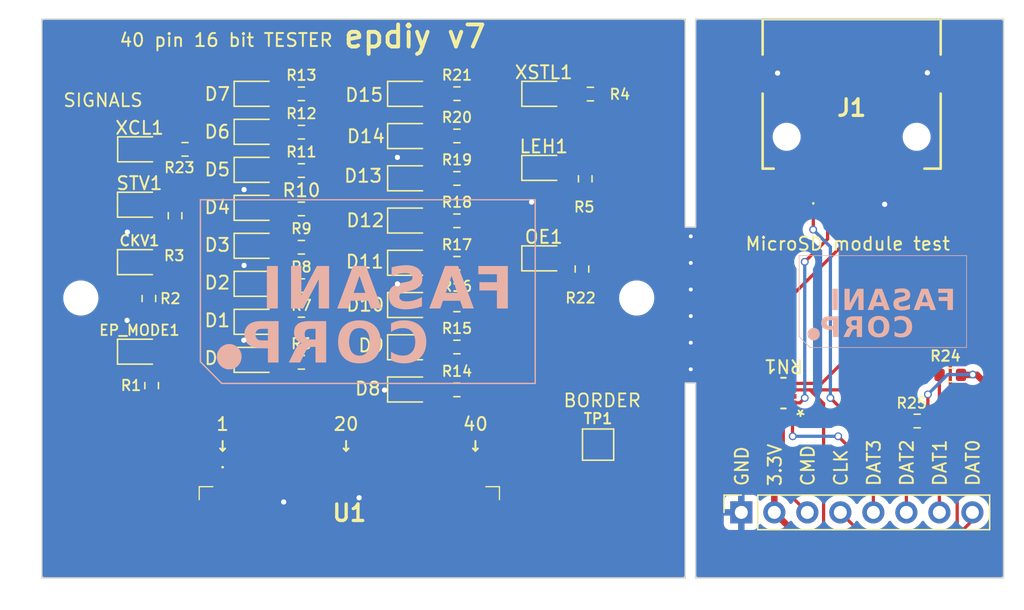
<source format=kicad_pcb>
(kicad_pcb (version 20221018) (generator pcbnew)
  (layers (0 "F.Cu" signal) (31 "B.Cu" signal) (34 "B.Paste" user) (35 "F.Paste" user) (36 "B.SilkS" user "B.Silkscreen") (37 "F.SilkS" user "F.Silkscreen") (38 "B.Mask" user) (39 "F.Mask" user) (44 "Edge.Cuts" user))
  (net 0 "")
  (net 1 "Net-(D1-A)")
  (net 2 "Net-(D2-A)")
  (net 3 "Net-(D3-A)")
  (net 4 "Net-(D4-A)")
  (net 5 "GND")
  (net 6 "Net-(D5-A)")
  (net 7 "Net-(D6-A)")
  (net 8 "/XCL")
  (net 9 "/LEH")
  (net 10 "/EP_OE")
  (net 11 "/XSTL")
  (net 12 "/D0")
  (net 13 "/D1")
  (net 14 "/D2")
  (net 15 "/D3")
  (net 16 "/D4")
  (net 17 "/D5")
  (net 18 "/D6")
  (net 19 "/D7")
  (net 20 "Net-(D7-A)")
  (net 21 "Net-(D8-A)")
  (net 22 "Net-(D9-A)")
  (net 23 "Net-(D10-A)")
  (net 24 "Net-(D11-A)")
  (net 25 "Net-(D12-A)")
  (net 26 "Net-(D13-A)")
  (net 27 "/EP_MODE")
  (net 28 "/EP_STV")
  (net 29 "/CKV")
  (net 30 "Net-(D14-A)")
  (net 32 "Net-(D15-A)")
  (net 33 "/D8")
  (net 34 "/D9")
  (net 35 "/D10")
  (net 36 "/D11")
  (net 37 "/D12")
  (net 38 "/D13")
  (net 39 "/D14")
  (net 40 "/D15")
  (net 41 "Net-(U1-BORDER)")
  (net 45 "Net-(U1-VDD-Pad5)")
  (net 54 "Net-(CKV1-A)")
  (net 55 "Net-(D0-A)")
  (net 56 "Net-(EP_MODE1-A)")
  (net 57 "Net-(LEH1-A)")
  (net 58 "Net-(OE1-A)")
  (net 59 "Net-(STV1-A)")
  (net 60 "Net-(XSTL1-A)")
  (net 61 "Net-(XCL1-A)")
  (net 63 "PIN_D2")
  (net 64 "PIN_D3")
  (net 65 "SD_CMD")
  (net 66 "3.3V")
  (net 67 "SD_CLK")
  (net 68 "PIN_D0")
  (net 69 "PIN_D1")
  (footprint "Resistor_SMD:R_0603_1608Metric" (layer "F.Cu") (at 89.97 78.50714)
    (fp_text reference "R8")
    (fp_text value "2.4k")
  )
  (footprint "Resistor_SMD:R_0603_1608Metric" (layer "F.Cu") (at 89.97 81.458568)
    (fp_text reference "R7")
    (fp_text value "2.4k")
  )
  (footprint "Resistor_SMD:R_0603_1608Metric" (layer "F.Cu") (at 111.56 77.23 -90)
    (fp_text reference "R22")
    (fp_text value "2.4k")
  )
  (footprint "Resistor_SMD:R_0603_1608Metric" (layer "F.Cu") (at 101.935 86.53)
    (fp_text reference "R14")
    (fp_text value "2.4k")
  )
  (footprint "LED_SMD:LED_0805_2012Metric" (layer "F.Cu") (at 86.48 63.75)
    (fp_text reference "D7")
    (fp_text value "LED GREEN" hide)
  )
  (footprint "LED_SMD:LED_0805_2012Metric" (layer "F.Cu") (at 86.48 81.2925)
    (fp_text reference "D1")
    (fp_text value "LED GREEN" hide)
  )
  (footprint "LED_SMD:LED_0805_2012Metric" (layer "F.Cu") (at 77.5075 76.7)
    (fp_text reference "CKV1")
    (fp_text value "LED GREEN" hide)
  )
  (footprint "LED_SMD:LED_0805_2012Metric" (layer "F.Cu") (at 108.6175 63.75)
    (fp_text reference "XSTL1")
    (fp_text value "LED GREEN" hide)
  )
  (footprint "TestPoint:TestPoint_Pad_2.0x2.0mm" (layer "F.Cu") (at 112.8 90.74)
    (fp_text reference "TP1")
    (fp_text value "TestPoint")
  )
  (footprint "LED_SMD:LED_0805_2012Metric" (layer "F.Cu") (at 98.29 63.75)
    (fp_text reference "D15")
    (fp_text value "LED GREEN" hide)
  )
  (footprint "LED_SMD:LED_0805_2012Metric" (layer "F.Cu") (at 98.29 76.75)
    (fp_text reference "D11")
    (fp_text value "LED GREEN" hide)
  )
  (footprint "LED_SMD:LED_0805_2012Metric" (layer "F.Cu") (at 98.29 67)
    (fp_text reference "D14")
    (fp_text value "LED GREEN" hide)
  )
  (footprint "Resistor_SMD:R_0603_1608Metric" (layer "F.Cu") (at 137.35 88.925)
    (fp_text reference "R25")
    (fp_text value "33k")
  )
  (footprint "LED_SMD:LED_0805_2012Metric" (layer "F.Cu") (at 98.29 86.5)
    (fp_text reference "D8")
    (fp_text value "LED GREEN" hide)
  )
  (footprint "LED_SMD:LED_0805_2012Metric" (layer "F.Cu") (at 98.29 83.25)
    (fp_text reference "D9")
    (fp_text value "LED GREEN" hide)
  )
  (footprint "LED_SMD:LED_0805_2012Metric" (layer "F.Cu") (at 98.29 70.25)
    (fp_text reference "D13")
    (fp_text value "LED GREEN" hide)
  )
  (footprint "LED_SMD:LED_0805_2012Metric" (layer "F.Cu") (at 86.48 72.52125)
    (fp_text reference "D4")
    (fp_text value "LED GREEN" hide)
  )
  (footprint "Resistor_SMD:R_0603_1608Metric" (layer "F.Cu") (at 89.97 75.555712)
    (fp_text reference "R9")
    (fp_text value "2.4k")
  )
  (footprint "LED_SMD:LED_0805_2012Metric" (layer "F.Cu") (at 108.6175 76.41)
    (fp_text reference "OE1")
    (fp_text value "LED GREEN" hide)
  )
  (footprint "Resistor_SMD:R_0603_1608Metric" (layer "F.Cu") (at 112.21 63.77)
    (fp_text reference "R4")
    (fp_text value "2.4k")
  )
  (footprint "Resistor_SMD:R_0603_1608Metric" (layer "F.Cu") (at 78.45 86.2 -90)
    (fp_text reference "R1")
    (fp_text value "2.4k")
  )
  (footprint "Resistor_SMD:R_0603_1608Metric" (layer "F.Cu") (at 101.935 66.99)
    (fp_text reference "R20")
    (fp_text value "2.4k")
  )
  (footprint "Resistor_SMD:R_0603_1608Metric" (layer "F.Cu") (at 101.94 63.74)
    (fp_text reference "R21")
    (fp_text value "2.4k")
  )
  (footprint "Resistor_SMD:R_0603_1608Metric" (layer "F.Cu") (at 89.97 66.701428)
    (fp_text reference "R12")
    (fp_text value "2.4k")
  )
  (footprint "Resistor_SMD:R_0603_1608Metric" (layer "F.Cu") (at 101.935 70.26)
    (fp_text reference "R19")
    (fp_text value "2.4k")
  )
  (footprint "LED_SMD:LED_0805_2012Metric" (layer "F.Cu") (at 77.5075 72.28)
    (fp_text reference "STV1")
    (fp_text value "LED GREEN")
  )
  (footprint "LED_SMD:LED_0805_2012Metric" (layer "F.Cu") (at 98.29 73.5)
    (fp_text reference "D12")
    (fp_text value "LED GREEN" hide)
  )
  (footprint "Resistor_SMD:R_0603_1608Metric" (layer "F.Cu") (at 89.97 69.652856)
    (fp_text reference "R11")
    (fp_text value "2.4k")
  )
  (footprint "SD:XKTF005-SD" (layer "F.Cu") (at 132.31 64.83 180)
    (fp_text reference "J1")
    (fp_text value "XKTF-005" hide)
  )
  (footprint "Resistor_SMD:R_0603_1608Metric" (layer "F.Cu") (at 101.935 73.52)
    (fp_text reference "R18")
    (fp_text value "2.4k")
  )
  (footprint "Resistor_SMD:R_0603_1608Metric" (layer "F.Cu") (at 89.97 84.41)
    (fp_text reference "R6")
    (fp_text value "2.4k")
  )
  (footprint "MountingHole:MountingHole_2.2mm_M2" (layer "F.Cu") (at 73 79.46)
    (fp_text reference "H1" hide)
    (fp_text value "MountingHole" hide)
  )
  (footprint "Resistor_SMD:R_0603_1608Metric" (layer "F.Cu") (at 80.25 73.13 -90)
    (fp_text reference "R3")
    (fp_text value "2.4k")
  )
  (footprint "Resistor_SMD:R_0603_1608Metric" (layer "F.Cu") (at 81.015 68.02)
    (fp_text reference "R23")
    (fp_text value "2.4k")
  )
  (footprint "LED_SMD:LED_0805_2012Metric" (layer "F.Cu") (at 86.48 69.5975)
    (fp_text reference "D5")
    (fp_text value "LED GREEN" hide)
  )
  (footprint "LED_SMD:LED_0805_2012Metric" (layer "F.Cu") (at 86.48 78.36875)
    (fp_text reference "D2")
    (fp_text value "LED GREEN" hide)
  )
  (footprint "MountingHole:MountingHole_2.2mm_M2" (layer "F.Cu") (at 115.77 79.46)
    (fp_text reference "H2" hide)
    (fp_text value "MountingHole" hide)
  )
  (footprint "LED_SMD:LED_0805_2012Metric" (layer "F.Cu") (at 86.48 84.22)
    (fp_text reference "D0")
    (fp_text value "LED GREEN" hide)
  )
  (footprint "LED_SMD:LED_0805_2012Metric" (layer "F.Cu") (at 86.48 66.67375)
    (fp_text reference "D6")
    (fp_text value "LED GREEN" hide)
  )
  (footprint "LED_SMD:LED_0805_2012Metric" (layer "F.Cu") (at 77.5075 83.59)
    (fp_text reference "EP_MODE1")
    (fp_text value "LED GREEN" hide)
  )
  (footprint "Resistor_SMD:R_0603_1608Metric" (layer "F.Cu") (at 139.9 85.375 180)
    (fp_text reference "R24")
    (fp_text value "33k")
  )
  (footprint "Resistor_SMD:R_0603_1608Metric" (layer "F.Cu") (at 78.235 79.5 -90)
    (fp_text reference "R2")
    (fp_text value "2.4k")
  )
  (footprint "Resistor_SMD:R_0603_1608Metric" (layer "F.Cu") (at 89.97 72.604284)
    (fp_text reference "R10")
    (fp_text value "2.4k")
  )
  (footprint "LED_SMD:LED_0805_2012Metric" (layer "F.Cu") (at 77.52 68.02)
    (fp_text reference "XCL1")
    (fp_text value "LED GREEN")
  )
  (footprint "Resistor_SMD:R_0603_1608Metric" (layer "F.Cu") (at 101.935 79.99)
    (fp_text reference "R16")
    (fp_text value "2.4k")
  )
  (footprint "Resistor_SMD:R_0603_1608Metric" (layer "F.Cu") (at 101.935 83.23)
    (fp_text reference "R15")
    (fp_text value "2.4k")
  )
  (footprint "Resistor_SMD:R_0603_1608Metric" (layer "F.Cu") (at 89.97 63.75)
    (fp_text reference "R13")
    (fp_text value "2.4k")
  )
  (footprint "Resistor_SMD:R_0603_1608Metric" (layer "F.Cu") (at 101.935 76.79)
    (fp_text reference "R17")
    (fp_text value "2.4k")
  )
  (footprint "footprints:FH1240S05SH55" (layer "F.Cu") (at 93.66 96)
    (fp_text reference "U1")
    (fp_text value "ED078KH6" hide)
  )
  (footprint "LED_SMD:LED_0805_2012Metric" (layer "F.Cu") (at 98.29 80)
    (fp_text reference "D10")
    (fp_text value "LED GREEN" hide)
  )
  (footprint "Resistor_SMD:R_0603_1608Metric" (layer "F.Cu") (at 111.81 70.29 -90)
    (fp_text reference "R5")
    (fp_text value "2.4k")
  )
  (footprint "LED_SMD:LED_0805_2012Metric" (layer "F.Cu") (at 108.6175 69.45)
    (fp_text reference "LEH1")
    (fp_text value "LED GREEN" hide)
  )
  (footprint "Connector_PinSocket_2.54mm:PinSocket_1x08_P2.54mm_Vertical" (layer "F.Cu") (at 123.82 95.955 90)
    (fp_text reference "J2" hide)
    (fp_text value "Conn_01x08_Socket")
  )
  (footprint "SD:SMT_F392JTCE_UNR_SD-pullup" (layer "F.Cu") (at 127.0615 86.779811 180)
    (fp_text reference "RN1")
    (fp_text value "R_arr 35K Ω" hide)
  )
  (footprint "LED_SMD:LED_0805_2012Metric" (layer "F.Cu") (at 86.48 75.445)
    (fp_text reference "D3")
    (fp_text value "LED GREEN" hide)
  )
  (gr_poly (pts (xy 105.857556 80.267748) (xy 105.013706 80.267748) (xy 105.013706 78.880322) (xy 103.665734 78.880322) (xy 103.665734 78.242504) (xy 105.013706 78.242504) (xy 105.013706 77.633178) (xy 103.580252 77.633178) (xy 103.580252 76.995361) (xy 105.857556 76.995361)) (fill solid) (layer "B.SilkS"))
  (gr_poly (pts (xy 88.215021 84.425401) (xy 87.392677 84.425401) (xy 87.392677 83.318968) (xy 86.850143 83.318968) (xy 86.777445 83.31795) (xy 86.706733 83.314896) (xy 86.638007 83.309807) (xy 86.571267 83.302681) (xy 86.506512 83.29352) (xy 86.443743 83.282323) (xy 86.38296 83.26909) (xy 86.324163 83.253821) (xy 86.267351 83.236516) (xy 86.212525 83.217176) (xy 86.159686 83.1958) (xy 86.108831 83.172388) (xy 86.059963 83.146941) (xy 86.01308 83.119458) (xy 85.968184 83.089939) (xy 85.925273 83.058385) (xy 85.884664 83.024541) (xy 85.846676 82.988696) (xy 85.811308 82.950848) (xy 85.778559 82.910998) (xy 85.74843 82.869146) (xy 85.720922 82.825292) (xy 85.696033 82.779435) (xy 85.673764 82.731577) (xy 85.654115 82.681715) (xy 85.637085 82.629852) (xy 85.622676 82.575986) (xy 85.610887 82.520118) (xy 85.601717 82.462248) (xy 85.595167 82.402375) (xy 85.591237 82.3405) (xy 85.589928 82.276622) (xy 86.437902 82.276622) (xy 86.43842 82.303454) (xy 86.439971 82.329485) (xy 86.442558 82.354715) (xy 86.446179 82.379145) (xy 86.450835 82.402773) (xy 86.456525 82.425601) (xy 86.46325 82.447628) (xy 86.47101 82.468854) (xy 86.479804 82.489279) (xy 86.489632 82.508903) (xy 86.500496 82.527726) (xy 86.512394 82.545748) (xy 86.525326 82.562969) (xy 86.539294 82.579388) (xy 86.554295 82.595007) (xy 86.570332 82.609825) (xy 86.587036 82.623535) (xy 86.604574 82.636359) (xy 86.622946 82.6483) (xy 86.642153 82.659355) (xy 86.662195 82.669526) (xy 86.68307 82.678813) (xy 86.70478 82.687215) (xy 86.727325 82.694733) (xy 86.750703 82.701366) (xy 86.774917 82.707114) (xy 86.799964 82.711978) (xy 86.825846 82.715958) (xy 86.852562 82.719054) (xy 86.880113 82.721264) (xy 86.908498 82.722591) (xy 86.937717 82.723033) (xy 87.392676 82.723033) (xy 87.392676 81.832335) (xy 86.937717 81.832335) (xy 86.908498 81.832777) (xy 86.880113 81.834104) (xy 86.852562 81.836315) (xy 86.825846 81.83941) (xy 86.799964 81.84339) (xy 86.774917 81.848254) (xy 86.750703 81.854002) (xy 86.727325 81.860635) (xy 86.70478 81.868153) (xy 86.68307 81.876555) (xy 86.662195 81.885842) (xy 86.642153 81.896013) (xy 86.622946 81.907068) (xy 86.604574 81.919009) (xy 86.587036 81.931833) (xy 86.570332 81.945543) (xy 86.554295 81.960103) (xy 86.539294 81.975481) (xy 86.525326 81.991677) (xy 86.512394 82.00869) (xy 86.500496 82.02652) (xy 86.489632 82.045168) (xy 86.479804 82.064633) (xy 86.47101 82.084917) (xy 86.46325 82.106018) (xy 86.456525 82.127936) (xy 86.450835 82.150673) (xy 86.446179 82.174227) (xy 86.442558 82.198599) (xy 86.439971 82.223789) (xy 86.43842 82.249796) (xy 86.437902 82.276622) (xy 85.589928 82.276622) (xy 85.591237 82.212751) (xy 85.595167 82.150898) (xy 85.601717 82.091066) (xy 85.610887 82.033252) (xy 85.622676 81.977458) (xy 85.637085 81.923683) (xy 85.654115 81.871927) (xy 85.673764 81.822191) (xy 85.696033 81.774474) (xy 85.720922 81.728776) (xy 85.74843 81.685098) (xy 85.778559 81.643439) (xy 85.811308 81.603799) (xy 85.846676 81.566179) (xy 85.884664 81.530577) (xy 85.925273 81.496996) (xy 85.967933 81.465441) (xy 86.012613 81.435922) (xy 86.059312 81.408439) (xy 86.108031 81.382992) (xy 86.158768 81.35958) (xy 86.211524 81.338204) (xy 86.2663 81.318864) (xy 86.323095 81.301559) (xy 86.381909 81.286291) (xy 86.442742 81.273058) (xy 86.505594 81.26186) (xy 86.570466 81.252699) (xy 86.637356 81.245574) (xy 86.706266 81.240484) (xy 86.777195 81.23743) (xy 86.850143 81.236412) (xy 88.215021 81.236412)) (fill solid) (layer "B.SilkS"))
  (gr_line (start 82.2 71.9) (end 107.960001 71.9) (stroke (width 0.105833)) (layer "B.SilkS"))
  (gr_poly (pts (xy 140.103778 80.383874) (xy 139.681852 80.383874) (xy 139.681852 79.690161) (xy 139.007866 79.690161) (xy 139.007866 79.371252) (xy 139.681852 79.371252) (xy 139.681852 79.066589) (xy 138.965126 79.066589) (xy 138.965126 78.74768) (xy 140.103778 78.74768)) (fill solid) (layer "B.SilkS"))
  (gr_poly (pts (xy 84.466133 83.003039) (xy 84.514474 83.006809) (xy 84.562112 83.013017) (xy 84.608988 83.021603) (xy 84.655041 83.032505) (xy 84.700211 83.04566) (xy 84.74444 83.061009) (xy 84.787667 83.07849) (xy 84.829832 83.098041) (xy 84.870875 83.119601) (xy 84.910737 83.143109) (xy 84.949358 83.168503) (xy 84.986678 83.195722) (xy 85.022638 83.224705) (xy 85.057177 83.25539) (xy 85.090235 83.287717) (xy 85.121753 83.321623) (xy 85.151671 83.357047) (xy 85.17993 83.393928) (xy 85.206469 83.432205) (xy 85.231228 83.471817) (xy 85.254148 83.512701) (xy 85.27517 83.554797) (xy 85.294232 83.598043) (xy 85.311276 83.642378) (xy 85.326241 83.687741) (xy 85.339068 83.73407) (xy 85.349697 83.781304) (xy 85.358068 83.829381) (xy 85.364121 83.878241) (xy 85.367797 83.927822) (xy 85.369036 83.978062) (xy 85.367797 84.028303) (xy 85.364121 84.077884) (xy 85.358068 84.126743) (xy 85.349696 84.174821) (xy 85.339067 84.222055) (xy 85.32624 84.268384) (xy 85.311275 84.313747) (xy 85.294231 84.358082) (xy 85.275168 84.401328) (xy 85.254147 84.443424) (xy 85.231227 84.484308) (xy 85.206467 84.52392) (xy 85.179928 84.562197) (xy 85.151669 84.599078) (xy 85.121751 84.634502) (xy 85.090232 84.668408) (xy 85.057174 84.700734) (xy 85.022635 84.73142) (xy 84.986675 84.760403) (xy 84.949355 84.787622) (xy 84.910734 84.813016) (xy 84.870871 84.836524) (xy 84.829828 84.858084) (xy 84.787662 84.877635) (xy 84.744435 84.895116) (xy 84.700207 84.910465) (xy 84.655036 84.92362) (xy 84.608982 84.934522) (xy 84.562107 84.943107) (xy 84.514468 84.949316) (xy 84.466127 84.953086) (xy 84.417143 84.954356) (xy 84.368159 84.953086) (xy 84.319818 84.949316) (xy 84.27218 84.943107) (xy 84.225304 84.934522) (xy 84.179251 84.92362) (xy 84.134081 84.910465) (xy 84.089852 84.895116) (xy 84.046625 84.877635) (xy 84.00446 84.858084) (xy 83.963417 84.836524) (xy 83.923555 84.813016) (xy 83.884933 84.787622) (xy 83.847613 84.760403) (xy 83.811654 84.73142) (xy 83.777115 84.700734) (xy 83.744057 84.668408) (xy 83.712539 84.634502) (xy 83.68262 84.599078) (xy 83.654362 84.562197) (xy 83.627823 84.52392) (xy 83.603064 84.484308) (xy 83.580143 84.443424) (xy 83.559122 84.401328) (xy 83.54006 84.358082) (xy 83.523016 84.313747) (xy 83.508051 84.268384) (xy 83.495224 84.222055) (xy 83.484595 84.174821) (xy 83.476224 84.126743) (xy 83.47017 84.077884) (xy 83.466495 84.028303) (xy 83.465256 83.978062) (xy 83.466495 83.927822) (xy 83.470171 83.878241) (xy 83.476225 83.829381) (xy 83.484596 83.781304) (xy 83.495225 83.73407) (xy 83.508052 83.687741) (xy 83.523018 83.642378) (xy 83.540061 83.598043) (xy 83.559124 83.554797) (xy 83.580145 83.512701) (xy 83.603066 83.471817) (xy 83.627825 83.432205) (xy 83.654364 83.393928) (xy 83.682623 83.357047) (xy 83.712541 83.321623) (xy 83.74406 83.287717) (xy 83.777118 83.25539) (xy 83.811657 83.224705) (xy 83.847617 83.195722) (xy 83.884937 83.168503) (xy 83.923558 83.143109) (xy 83.963421 83.119601) (xy 84.004464 83.098041) (xy 84.04663 83.07849) (xy 84.089857 83.061009) (xy 84.134085 83.04566) (xy 84.179256 83.032505) (xy 84.22531 83.021603) (xy 84.272185 83.013017) (xy 84.319824 83.006809) (xy 84.368165 83.003039) (xy 84.417149 83.001768)) (fill solid) (layer "B.SilkS"))
  (gr_poly (pts (xy 136.237701 78.718587) (xy 136.272128 78.720077) (xy 136.305579 78.72256) (xy 136.338054 78.726036) (xy 136.369553 78.730505) (xy 136.400075 78.735968) (xy 136.429622 78.742423) (xy 136.458193 78.749872) (xy 136.485788 78.758314) (xy 136.512407 78.767749) (xy 136.538049 78.778177) (xy 136.562716 78.789599) (xy 136.586406 78.802013) (xy 136.609121 78.81542) (xy 136.630859 78.829821) (xy 136.651622 78.845214) (xy 136.671262 78.861597) (xy 136.689636 78.878964) (xy 136.706743 78.897316) (xy 136.722582 78.916653) (xy 136.737154 78.936974) (xy 136.750459 78.95828) (xy 136.762497 78.980571) (xy 136.773268 79.003846) (xy 136.782771 79.028106) (xy 136.791008 79.053351) (xy 136.797977 79.07958) (xy 136.803679 79.106794) (xy 136.808114 79.134992) (xy 136.811282 79.164175) (xy 136.813183 79.194342) (xy 136.813816 79.225494) (xy 136.81335 79.250743) (xy 136.81195 79.275256) (xy 136.809617 79.299033) (xy 136.806351 79.322073) (xy 136.802151 79.344377) (xy 136.797018 79.365944) (xy 136.790952 79.386775) (xy 136.783953 79.40687) (xy 136.77602 79.426228) (xy 136.767155 79.44485) (xy 136.757356 79.462736) (xy 136.746624 79.479885) (xy 136.734958 79.496298) (xy 136.722359 79.511975) (xy 136.708827 79.526915) (xy 136.694362 79.541119) (xy 136.678985 79.554724) (xy 136.662718 79.567866) (xy 136.64556 79.580546) (xy 136.627512 79.592764) (xy 136.608573 79.604519) (xy 136.588744 79.615812) (xy 136.568024 79.626643) (xy 136.546414 79.637011) (xy 136.523914 79.646917) (xy 136.500523 79.656361) (xy 136.476241 79.665342) (xy 136.45107 79.673861) (xy 136.425008 79.681918) (xy 136.398055 79.689512) (xy 136.370212 79.696644) (xy 136.341478 79.703314) (xy 136.178187 79.739477) (xy 136.161513 79.743219) (xy 136.145464 79.747046) (xy 136.13004 79.750958) (xy 136.115241 79.754957) (xy 136.101067 79.75904) (xy 136.087518 79.76321) (xy 136.074594 79.767465) (xy 136.062295 79.771805) (xy 136.050621 79.776231) (xy 136.039572 79.780743) (xy 136.029147 79.785341) (xy 136.019348 79.790024) (xy 136.010174 79.794792) (xy 136.001625 79.799647) (xy 135.993701 79.804587) (xy 135.986403 79.809613) (xy 135.979502 79.814844) (xy 135.973046 79.820401) (xy 135.967035 79.826283) (xy 135.96147 79.83249) (xy 135.95635 79.839023) (xy 135.951675 79.845881) (xy 135.947446 79.853065) (xy 135.943662 79.860574) (xy 135.940322 79.868408) (xy 135.937429 79.876568) (xy 135.93498 79.885052) (xy 135.932976 79.893862) (xy 135.931418 79.902998) (xy 135.930305 79.912458) (xy 135.929637 79.922244) (xy 135.929415 79.932354) (xy 135.929458 79.936176) (xy 135.929586 79.939973) (xy 135.9298 79.943744) (xy 135.9301 79.947489) (xy 135.930485 79.951209) (xy 135.930956 79.954903) (xy 135.931512 79.958571) (xy 135.932155 79.962214) (xy 135.932882 79.965832) (xy 135.933696 79.969423) (xy 135.934595 79.972989) (xy 135.935579 79.97653) (xy 135.93665 79.980045) (xy 135.937806 79.983534) (xy 135.939047 79.986997) (xy 135.940374 79.990435) (xy 135.941813 79.993869) (xy 135.943388 79.99732) (xy 135.945101 80.000788) (xy 135.94695 80.004273) (xy 135.948937 80.007774) (xy 135.95106 80.011293) (xy 135.95332 80.01483) (xy 135.955718 80.018383) (xy 135.958252 80.021953) (xy 135.960923 80.02554) (xy 135.963731 80.029145) (xy 135.966677 80.032766) (xy 135.969759 80.036405) (xy 135.972978 80.040061) (xy 135.976334 80.043734) (xy 135.979827 80.047424) (xy 135.983513 80.050941) (xy 135.987447 80.054374) (xy 135.99163 80.05772) (xy 135.996061 80.060982) (xy 136.00074 80.064158) (xy 136.005667 80.067248) (xy 136.010843 80.070253) (xy 136.016267 80.073172) (xy 136.021939 80.076006) (xy 136.027859 80.078755) (xy 136.034028 80.081418) (xy 136.040445 80.083996) (xy 136.04711 80.086488) (xy 136.054024 80.088894) (xy 136.061186 80.091215) (xy 136.068596 80.093451) (xy 136.083819 80.097304) (xy 136.099898 80.100644) (xy 136.116834 80.10347) (xy 136.134625 80.105783) (xy 136.153273 80.107581) (xy 136.172777 80.108866) (xy 136.193137 80.109636) (xy 136.214353 80.109893) (xy 136.247975 80.109238) (xy 136.281991 80.107274) (xy 136.316401 80.103999) (xy 136.351204 80.099414) (xy 136.386402 80.093519) (xy 136.421993 80.086315) (xy 136.457979 80.0778) (xy 136.494358 80.067975) (xy 136.531131 80.056841) (xy 136.568297 80.044396) (xy 136.605858 80.030641) (xy 136.643813 80.015577) (xy 136.682161 79.999202) (xy 136.720903 79.981517) (xy 136.760039 79.962522) (xy 136.799569 79.942218) (xy 136.799569 80.298388) (xy 136.760138 80.312588) (xy 136.720749 80.325871) (xy 136.681404 80.338239) (xy 136.6421 80.34969) (xy 136.60284 80.360225) (xy 136.563623 80.369844) (xy 136.524448 80.378547) (xy 136.485316 80.386334) (xy 136.446227 80.393204) (xy 136.407181 80.399159) (xy 136.368178 80.404197) (xy 136.329217 80.40832) (xy 136.2903 80.411526) (xy 136.251425 80.413816) (xy 136.212593 80.415191) (xy 136.173803 80.415649) (xy 136.134667 80.415152) (xy 136.096713 80.413662) (xy 136.05994 80.411179) (xy 136.024348 80.407703) (xy 135.989938 80.403234) (xy 135.95671 80.397771) (xy 135.924663 80.391316) (xy 135.893798 80.383867) (xy 135.864114 80.375425) (xy 135.835612 80.36599) (xy 135.808291 80.355562) (xy 135.782152 80.344141) (xy 135.757194 80.331727) (xy 135.733418 80.318319) (xy 135.710823 80.303919) (xy 135.68941 80.288525) (xy 135.669238 80.272036) (xy 135.650368 80.254347) (xy 135.632799 80.23546) (xy 135.616532 80.215374) (xy 135.601566 80.19409) (xy 135.587901 80.171607) (xy 135.575538 80.147925) (xy 135.564476 80.123044) (xy 135.554715 80.096965) (xy 135.546256 80.069687) (xy 135.539099 80.04121) (xy 135.533242 80.011535) (xy 135.528688 79.980661) (xy 135.525434 79.948588) (xy 135.523482 79.915317) (xy 135.522831 79.880847) (xy 135.523302 79.854807) (xy 135.524715 79.829563) (xy 135.527069 79.805115) (xy 135.530366 79.781464) (xy 135.534604 79.758609) (xy 135.539784 79.73655) (xy 135.545905 79.715287) (xy 135.552969 79.69482) (xy 135.560974 79.675149) (xy 135.569921 79.656275) (xy 135.57981 79.638197) (xy 135.590641 79.620915) (xy 135.602413 79.604428) (xy 135.615128 79.588739) (xy 135.628784 79.573845) (xy 135.643382 79.559747) (xy 135.658874 79.546139) (xy 135.675489 79.532985) (xy 135.693225 79.520284) (xy 135.712082 79.508037) (xy 135.732061 79.496243) (xy 135.753161 79.484904) (xy 135.775384 79.474018) (xy 135.798727 79.463585) (xy 135.823193 79.453607) (xy 135.84878 79.444082) (xy 135.875488 79.43501) (xy 135.903318 79.426393) (xy 135.93227 79.418229) (xy 135.962343 79.410519) (xy 135.993538 79.403262) (xy 136.025855 79.39646) (xy 136.205584 79.360296) (xy 136.220388 79.357107) (xy 136.23466 79.353841) (xy 136.248402 79.350498) (xy 136.261613 79.347078) (xy 136.274293 79.343581) (xy 136.286442 79.340007) (xy 136.29806 79.336356) (xy 136.309148 79.332627) (xy 136.319704 79.328822) (xy 136.32973 79.32494) (xy 136.339225 79.32098) (xy 136.348189 79.316943) (xy 136.356623 79.312829) (xy 136.364525 79.308638) (xy 136.371897 79.30437) (xy 136.378738 79.300024) (xy 136.385108 79.295375) (xy 136.391067 79.290469) (xy 136.396615 79.285307) (xy 136.401752 79.279887) (xy 136.406478 79.274211) (xy 136.410794 79.268277) (xy 136.414698 79.262087) (xy 136.418191 79.25564) (xy 136.421273 79.248936) (xy 136.423945 79.241975) (xy 136.426205 79.234758) (xy 136.428054 79.227283) (xy 136.429493 79.219552) (xy 136.43052 79.211564) (xy 136.431136 79.203319) (xy 136.431342 79.194818) (xy 136.431077 79.184693) (xy 136.43028 79.174868) (xy 136.428953 79.165343) (xy 136.428091 79.160693) (xy 136.427095 79.156117) (xy 136.425967 79.151617) (xy 136.424707 79.147191) (xy 136.423313 79.142841) (xy 136.421787 79.138565) (xy 136.420128 79.134364) (xy 136.418337 79.130239) (xy 136.416412 79.126188) (xy 136.414355 79.122212) (xy 136.412166 79.118311) (xy 136.409843 79.114485) (xy 136.407388 79.110734) (xy 136.4048 79.107057) (xy 136.40208 79.103456) (xy 136.399227 79.09993) (xy 136.396241 79.096478) (xy 136.393122 79.093102) (xy 136.389871 79.0898) (xy 136.386487 79.086573) (xy 136.38297 79.083421) (xy 136.37932 79.080344) (xy 136.371623 79.074416) (xy 136.363395 79.068786) (xy 136.354542 79.063345) (xy 136.34497 79.058255) (xy 136.334679 79.053516) (xy 136.323668 79.049128) (xy 136.311939 79.045091) (xy 136.29949 79.041405) (xy 136.286322 79.03807) (xy 136.272435 79.035086) (xy 136.257828 79.032453) (xy 136.242503 79.030171) (xy 136.226458 79.02824) (xy 136.209694 79.026661) (xy 136.192211 79.025432) (xy 136.174008 79.024554) (xy 136.135446 79.023852) (xy 136.106117 79.024327) (xy 136.076489 79.025753) (xy 136.046562 79.028128) (xy 136.016334 79.031455) (xy 135.985807 79.035731) (xy 135.95498 79.040958) (xy 135.923854 79.047135) (xy 135.892428 79.054262) (xy 135.860702 79.06234) (xy 135.828676 79.071368) (xy 135.796351 79.081347) (xy 135.763726 79.092276) (xy 135.730802 79.104155) (xy 135.697578 79.116985) (xy 135.664054 79.130765) (xy 135.63023 79.145495) (xy 135.63023 78.799188) (xy 135.704855 78.780181) (xy 135.77859 78.763708) (xy 135.851433 78.749769) (xy 135.923387 78.738365) (xy 135.99445 78.729495) (xy 136.064622 78.723159) (xy 136.133904 78.719358) (xy 136.202296 78.71809) (xy 136.202298 78.71809)) (fill solid) (layer "B.SilkS"))
  (gr_line (start 83.843691 86.03214) (end 82.2 84.369041) (stroke (width 0.105833)) (layer "B.SilkS"))
  (gr_poly (pts (xy 96.156439 80.267748) (xy 95.308203 80.267748) (xy 95.09998 79.671569) (xy 93.780503 79.671569) (xy 93.574471 80.267748) (xy 92.726235 80.267748) (xy 93.17194 79.064428) (xy 93.993109 79.064428) (xy 94.889565 79.064428) (xy 94.440241 77.762487) (xy 93.993109 79.064428) (xy 93.17194 79.064428) (xy 93.938314 76.995361) (xy 94.944361 76.995361)) (fill solid) (layer "B.SilkS"))
  (gr_line (start 107.960001 71.9) (end 107.960001 86.03214) (stroke (width 0.105833)) (layer "B.SilkS"))
  (gr_poly (pts (xy 103.240485 80.267748) (xy 102.392249 80.267748) (xy 102.184026 79.671569) (xy 100.864548 79.671569) (xy 100.658516 80.267748) (xy 99.81028 80.267748) (xy 100.255985 79.064428) (xy 101.077155 79.064428) (xy 101.97361 79.064428) (xy 101.524286 77.762487) (xy 101.077155 79.064428) (xy 100.255985 79.064428) (xy 101.022359 76.995361) (xy 102.028406 76.995361)) (fill solid) (layer "B.SilkS"))
  (gr_poly (pts (xy 129.408066 81.751519) (xy 129.432237 81.753404) (xy 129.456056 81.756509) (xy 129.479493 81.760802) (xy 129.50252 81.766252) (xy 129.525105 81.77283) (xy 129.547219 81.780505) (xy 129.568833 81.789245) (xy 129.589915 81.79902) (xy 129.610437 81.8098) (xy 129.630368 81.821554) (xy 129.649679 81.834251) (xy 129.668339 81.847861) (xy 129.686318 81.862353) (xy 129.703588 81.877695) (xy 129.720117 81.893858) (xy 129.735876 81.910811) (xy 129.750835 81.928523) (xy 129.764964 81.946964) (xy 129.778234 81.966103) (xy 129.790614 81.985908) (xy 129.802074 82.00635) (xy 129.812584 82.027398) (xy 129.822116 82.049021) (xy 129.830637 82.071189) (xy 129.83812 82.09387) (xy 129.844534 82.117035) (xy 129.849848 82.140652) (xy 129.854034 82.164691) (xy 129.85706 82.189121) (xy 129.858898 82.213911) (xy 129.859517 82.239031) (xy 129.858898 82.264151) (xy 129.85706 82.288942) (xy 129.854033 82.313372) (xy 129.849848 82.337411) (xy 129.844533 82.361028) (xy 129.83812 82.384192) (xy 129.830637 82.406873) (xy 129.822115 82.429041) (xy 129.812584 82.450664) (xy 129.802073 82.471712) (xy 129.790613 82.492154) (xy 129.778233 82.51196) (xy 129.764963 82.531098) (xy 129.750834 82.549539) (xy 129.735875 82.567251) (xy 129.720116 82.584204) (xy 129.703586 82.600367) (xy 129.686317 82.61571) (xy 129.668337 82.630201) (xy 129.649677 82.643811) (xy 129.630366 82.656508) (xy 129.610435 82.668262) (xy 129.589913 82.679042) (xy 129.568831 82.688818) (xy 129.547217 82.697558) (xy 129.525103 82.705232) (xy 129.502517 82.71181) (xy 129.479491 82.717261) (xy 129.456053 82.721554) (xy 129.432234 82.724658) (xy 129.408063 82.726543) (xy 129.383571 82.727178) (xy 129.359079 82.726543) (xy 129.334908 82.724658) (xy 129.311089 82.721554) (xy 129.287652 82.717261) (xy 129.264625 82.71181) (xy 129.24204 82.705232) (xy 129.219925 82.697558) (xy 129.198312 82.688818) (xy 129.17723 82.679042) (xy 129.156708 82.668262) (xy 129.136777 82.656508) (xy 129.117466 82.643811) (xy 129.098806 82.630201) (xy 129.080827 82.61571) (xy 129.063557 82.600367) (xy 129.047028 82.584204) (xy 129.031269 82.567251) (xy 129.01631 82.549539) (xy 129.00218 82.531098) (xy 128.988911 82.51196) (xy 128.976531 82.492154) (xy 128.965071 82.471712) (xy 128.954561 82.450664) (xy 128.945029 82.429041) (xy 128.936507 82.406873) (xy 128.929025 82.384192) (xy 128.922611 82.361028) (xy 128.917297 82.337411) (xy 128.913111 82.313372) (xy 128.910085 82.288942) (xy 128.908247 82.264151) (xy 128.907627 82.239031) (xy 128.907628 82.239031) (xy 128.908247 82.213911) (xy 128.910085 82.189121) (xy 128.913112 82.164691) (xy 128.917297 82.140652) (xy 128.922612 82.117035) (xy 128.929026 82.09387) (xy 128.936508 82.071189) (xy 128.94503 82.049021) (xy 128.954561 82.027398) (xy 128.965072 82.00635) (xy 128.976532 81.985908) (xy 128.988912 81.966103) (xy 129.002182 81.946964) (xy 129.016311 81.928523) (xy 129.03127 81.910811) (xy 129.047029 81.893858) (xy 129.063559 81.877695) (xy 129.080828 81.862353) (xy 129.098808 81.847861) (xy 129.117468 81.834251) (xy 129.136779 81.821554) (xy 129.15671 81.8098) (xy 129.177232 81.79902) (xy 129.198314 81.789245) (xy 129.219928 81.780505) (xy 129.242042 81.77283) (xy 129.264628 81.766252) (xy 129.287654 81.760802) (xy 129.311092 81.756509) (xy 129.334911 81.753404) (xy 129.359082 81.751519) (xy 129.383574 81.750884)) (fill solid) (layer "B.SilkS"))
  (gr_line (start 128.275 76.2) (end 141.155 76.2) (stroke (width 0.052916)) (layer "B.SilkS"))
  (gr_poly (pts (xy 88.158406 80.267748) (xy 87.314553 80.267748) (xy 87.314553 76.995361) (xy 88.158406 76.995361)) (fill solid) (layer "B.SilkS"))
  (gr_poly (pts (xy 131.28251 82.462701) (xy 130.871338 82.462701) (xy 130.871338 81.909484) (xy 130.600071 81.909484) (xy 130.563722 81.908975) (xy 130.528366 81.907448) (xy 130.494003 81.904903) (xy 130.460633 81.901341) (xy 130.428255 81.89676) (xy 130.396871 81.891161) (xy 130.366479 81.884545) (xy 130.337081 81.87691) (xy 130.308675 81.868258) (xy 130.281262 81.858588) (xy 130.254842 81.8479) (xy 130.229415 81.836194) (xy 130.204981 81.82347) (xy 130.18154 81.809729) (xy 130.159091 81.79497) (xy 130.137636 81.779192) (xy 130.117332 81.762271) (xy 130.098338 81.744348) (xy 130.080653 81.725424) (xy 130.064279 81.705499) (xy 130.049215 81.684573) (xy 130.03546 81.662646) (xy 130.023016 81.639718) (xy 130.011881 81.615788) (xy 130.002057 81.590858) (xy 129.993542 81.564926) (xy 129.986338 81.537993) (xy 129.980443 81.510059) (xy 129.975858 81.481124) (xy 129.972583 81.451187) (xy 129.970618 81.42025) (xy 129.969963 81.388311) (xy 130.393951 81.388311) (xy 130.394209 81.401727) (xy 130.394985 81.414743) (xy 130.396278 81.427358) (xy 130.398089 81.439572) (xy 130.400417 81.451387) (xy 130.403262 81.462801) (xy 130.406625 81.473814) (xy 130.410504 81.484427) (xy 130.414901 81.494639) (xy 130.419816 81.504451) (xy 130.425247 81.513863) (xy 130.431196 81.522874) (xy 130.437663 81.531484) (xy 130.444646 81.539694) (xy 130.452147 81.547504) (xy 130.460165 81.554913) (xy 130.468517 81.561767) (xy 130.477286 81.56818) (xy 130.486473 81.57415) (xy 130.496076 81.579678) (xy 130.506097 81.584763) (xy 130.516535 81.589407) (xy 130.52739 81.593608) (xy 130.538662 81.597366) (xy 130.550351 81.600683) (xy 130.562458 81.603557) (xy 130.574982 81.605989) (xy 130.587922 81.607979) (xy 130.601281 81.609527) (xy 130.615056 81.610632) (xy 130.629248 81.611295) (xy 130.643858 81.611517) (xy 130.871338 81.611517) (xy 130.871338 81.166167) (xy 130.643858 81.166167) (xy 130.629248 81.166389) (xy 130.615056 81.167052) (xy 130.601281 81.168157) (xy 130.587922 81.169705) (xy 130.574982 81.171695) (xy 130.562458 81.174127) (xy 130.550351 81.177001) (xy 130.538662 81.180318) (xy 130.52739 81.184076) (xy 130.516535 81.188277) (xy 130.506097 81.192921) (xy 130.496076 81.198006) (xy 130.486473 81.203534) (xy 130.477286 81.209504) (xy 130.468517 81.215917) (xy 130.460165 81.222771) (xy 130.452147 81.230052) (xy 130.444646 81.237741) (xy 130.437663 81.245838) (xy 130.431196 81.254345) (xy 130.425247 81.26326) (xy 130.419816 81.272584) (xy 130.414901 81.282317) (xy 130.410504 81.292458) (xy 130.406625 81.303009) (xy 130.403262 81.313968) (xy 130.400417 81.325336) (xy 130.398089 81.337113) (xy 130.396278 81.349299) (xy 130.394985 81.361894) (xy 130.394209 81.374898) (xy 130.393951 81.388311) (xy 129.969963 81.388311) (xy 129.970618 81.356375) (xy 129.972583 81.325449) (xy 129.975858 81.295533) (xy 129.980443 81.266626) (xy 129.986338 81.238729) (xy 129.993542 81.211841) (xy 130.002057 81.185964) (xy 130.011881 81.161095) (xy 130.023016 81.137237) (xy 130.03546 81.114388) (xy 130.049215 81.092549) (xy 130.064279 81.071719) (xy 130.080653 81.051899) (xy 130.098338 81.033089) (xy 130.117332 81.015289) (xy 130.137636 80.998498) (xy 130.158966 80.982721) (xy 130.181306 80.967961) (xy 130.204656 80.95422) (xy 130.229015 80.941496) (xy 130.254383 80.92979) (xy 130.280762 80.919102) (xy 130.30815 80.909432) (xy 130.336547 80.90078) (xy 130.365954 80.893145) (xy 130.396371 80.886529) (xy 130.427797 80.88093) (xy 130.460232 80.87635) (xy 130.493678 80.872787) (xy 130.528133 80.870242) (xy 130.563597 80.868715) (xy 130.600071 80.868206) (xy 131.28251 80.868206)) (fill solid) (layer "B.SilkS"))
  (gr_poly (pts (xy 94.529137 81.180456) (xy 94.621133 81.185588) (xy 94.71056 81.19414) (xy 94.797417 81.206113) (xy 94.881704 81.221507) (xy 94.963421 81.240322) (xy 95.042568 81.262558) (xy 95.119146 81.288214) (xy 95.193153 81.317291) (xy 95.264591 81.349789) (xy 95.333459 81.385708) (xy 95.399757 81.425047) (xy 95.463486 81.467808) (xy 95.524644 81.513989) (xy 95.583233 81.56359) (xy 95.639252 81.616612) (xy 95.692017 81.672431) (xy 95.741378 81.730953) (xy 95.787334 81.792177) (xy 95.829886 81.856105) (xy 95.869035 81.922737) (xy 95.904779 81.992071) (xy 95.937118 82.064109) (xy 95.966054 82.13885) (xy 95.991585 82.216295) (xy 96.013713 82.296443) (xy 96.032436 82.379295) (xy 96.047755 82.464849) (xy 96.059669 82.553108) (xy 96.06818 82.64407) (xy 96.073286 82.737736) (xy 96.074988 82.834105) (xy 96.073286 82.930474) (xy 96.06818 83.02414) (xy 96.059669 83.115102) (xy 96.047755 83.20336) (xy 96.032436 83.288915) (xy 96.013713 83.371767) (xy 95.991585 83.451915) (xy 95.966054 83.529359) (xy 95.937118 83.604101) (xy 95.904779 83.676139) (xy 95.869035 83.745473) (xy 95.829886 83.812104) (xy 95.787334 83.876032) (xy 95.741378 83.937257) (xy 95.692017 83.995779) (xy 95.639252 84.051598) (xy 95.583233 84.104362) (xy 95.524644 84.153723) (xy 95.463486 84.199679) (xy 95.399757 84.242231) (xy 95.333459 84.281379) (xy 95.264591 84.317122) (xy 95.193153 84.349462) (xy 95.119146 84.378397) (xy 95.042568 84.403927) (xy 94.963421 84.426054) (xy 94.881704 84.444777) (xy 94.797417 84.460095) (xy 94.71056 84.472009) (xy 94.621133 84.480519) (xy 94.529137 84.485626) (xy 94.434571 84.487328) (xy 94.340013 84.485626) (xy 94.248041 84.480519) (xy 94.158656 84.472009) (xy 94.071858 84.460095) (xy 93.987646 84.444777) (xy 93.906021 84.426054) (xy 93.826982 84.403927) (xy 93.75053 84.378397) (xy 93.676664 84.349462) (xy 93.605385 84.317122) (xy 93.536692 84.281379) (xy 93.470585 84.242231) (xy 93.407066 84.199679) (xy 93.346132 84.153723) (xy 93.287786 84.104362) (xy 93.232025 84.051598) (xy 93.179002 83.995779) (xy 93.129399 83.937257) (xy 93.083217 83.876032) (xy 93.040456 83.812104) (xy 93.001116 83.745473) (xy 92.965197 83.676139) (xy 92.932699 83.604101) (xy 92.903621 83.529359) (xy 92.877965 83.451915) (xy 92.855729 83.371767) (xy 92.836914 83.288915) (xy 92.82152 83.20336) (xy 92.809547 83.115102) (xy 92.800995 83.02414) (xy 92.795863 82.930474) (xy 92.794153 82.834105) (xy 92.794153 82.834093) (xy 93.64213 82.834093) (xy 93.642864 82.89163) (xy 93.645067 82.947833) (xy 93.648738 83.002701) (xy 93.653877 83.056235) (xy 93.660485 83.108433) (xy 93.668562 83.159297) (xy 93.678107 83.208825) (xy 93.689121 83.257018) (xy 93.689119 83.257005) (xy 93.695177 83.280333) (xy 93.701601 83.303328) (xy 93.708393 83.325988) (xy 93.715552 83.348315) (xy 93.723078 83.370309) (xy 93.730971 83.391969) (xy 93.739231 83.413295) (xy 93.747858 83.434288) (xy 93.756853 83.454947) (xy 93.766214 83.475273) (xy 93.775943 83.495265) (xy 93.786038 83.514923) (xy 93.796501 83.534248) (xy 93.807331 83.553239) (xy 93.818528 83.571897) (xy 93.830092 83.590221) (xy 93.842073 83.60786) (xy 93.854522 83.624998) (xy 93.867438 83.641636) (xy 93.880821 83.657773) (xy 93.894671 83.673409) (xy 93.908989 83.688545) (xy 93.923774 83.70318) (xy 93.939026 83.717314) (xy 93.954745 83.730948) (xy 93.970932 83.744081) (xy 93.987585 83.756713) (xy 94.004706 83.768845) (xy 94.022295 83.780476) (xy 94.04035 83.791606) (xy 94.058873 83.802235) (xy 94.077863 83.812364) (xy 94.097278 83.821934) (xy 94.117077 83.830886) (xy 94.137261 83.839221) (xy 94.157827 83.846939) (xy 94.178778 83.854039) (xy 94.200113 83.860522) (xy 94.221831 83.866387) (xy 94.243933 83.871635) (xy 94.266419 83.876266) (xy 94.289289 83.880279) (xy 94.312543 83.883675) (xy 94.33618 83.886453) (xy 94.360201 83.888614) (xy 94.384606 83.890158) (xy 94.409395 83.891084) (xy 94.434567 83.891393) (xy 94.483194 83.890266) (xy 94.530285 83.886887) (xy 94.575841 83.881255) (xy 94.619862 83.87337) (xy 94.662348 83.863233) (xy 94.703298 83.850843) (xy 94.723198 83.843803) (xy 94.742713 83.8362) (xy 94.761845 83.828033) (xy 94.780593 83.819304) (xy 94.798958 83.810011) (xy 94.816938 83.800155) (xy 94.834535 83.789736) (xy 94.851748 83.778754) (xy 94.868577 83.767209) (xy 94.885022 83.7551) (xy 94.901083 83.742428) (xy 94.916761 83.729193) (xy 94.932055 83.715395) (xy 94.946965 83.701033) (xy 94.961491 83.686109) (xy 94.975633 83.670621) (xy 95.002767 83.637956) (xy 95.028365 83.603038) (xy 95.052161 83.566243) (xy 95.074422 83.527946) (xy 95.095147 83.488147) (xy 95.114337 83.446847) (xy 95.131992 83.404044) (xy 95.148112 83.35974) (xy 95.162697 83.313934) (xy 95.175746 83.266626) (xy 95.187261 83.217816) (xy 95.19724 83.167504) (xy 95.205683 83.115691) (xy 95.212592 83.062375) (xy 95.217965 83.007557) (xy 95.221803 82.951238) (xy 95.224106 82.893416) (xy 95.224874 82.834093) (xy 95.223605 82.756867) (xy 95.219801 82.682177) (xy 95.216947 82.645783) (xy 95.21346 82.610023) (xy 95.209338 82.574896) (xy 95.204582 82.540404) (xy 95.199192 82.506545) (xy 95.193168 82.473321) (xy 95.18651 82.44073) (xy 95.179218 82.408774) (xy 95.171291 82.377452) (xy 95.162731 82.346764) (xy 95.153536 82.31671) (xy 95.143707 82.287291) (xy 95.133178 82.258556) (xy 95.121881 82.230555) (xy 95.109816 82.203288) (xy 95.096984 82.176755) (xy 95.083384 82.150956) (xy 95.069016 82.125892) (xy 95.053881 82.101562) (xy 95.037978 82.077966) (xy 95.021307 82.055105) (xy 95.003869 82.032978) (xy 94.985664 82.011585) (xy 94.96669 81.990926) (xy 94.946949 81.971002) (xy 94.926441 81.951812) (xy 94.905165 81.933357) (xy 94.883121 81.915636) (xy 94.860093 81.898565) (xy 94.836397 81.882595) (xy 94.812034 81.867726) (xy 94.787003 81.853959) (xy 94.761305 81.841293) (xy 94.734939 81.829728) (xy 94.707906 81.819265) (xy 94.680205 81.809903) (xy 94.651837 81.801642) (xy 94.622801 81.794483) (xy 94.593098 81.788425) (xy 94.562727 81.783468) (xy 94.531689 81.779613) (xy 94.499983 81.77686) (xy 94.46761 81.775207) (xy 94.434569 81.774657) (xy 94.409396 81.774965) (xy 94.384608 81.775891) (xy 94.360203 81.777435) (xy 94.336182 81.779596) (xy 94.312544 81.782374) (xy 94.289291 81.78577) (xy 94.266421 81.789783) (xy 94.243935 81.794414) (xy 94.221833 81.799662) (xy 94.200114 81.805527) (xy 94.17878 81.81201) (xy 94.157829 81.81911) (xy 94.137262 81.826828) (xy 94.117079 81.835163) (xy 94.09728 81.844115) (xy 94.077864 81.853685) (xy 94.058874 81.863824) (xy 94.040352 81.874481) (xy 94.022296 81.885654) (xy 94.004708 81.897344) (xy 93.987587 81.909552) (xy 93.970933 81.922276) (xy 93.954747 81.935518) (xy 93.939027 81.949277) (xy 93.923775 81.963553) (xy 93.90899 81.978346) (xy 93.894673 81.993656) (xy 93.880822 82.009483) (xy 93.867439 82.025828) (xy 93.854523 82.042689) (xy 93.842075 82.060069) (xy 93.830094 82.077965) (xy 93.81853 82.096036) (xy 93.807333 82.114474) (xy 93.796503 82.133279) (xy 93.78604 82.152452) (xy 93.775944 82.171992) (xy 93.766216 82.191899) (xy 93.756854 82.212174) (xy 93.74786 82.232816) (xy 93.739233 82.253825) (xy 93.730972 82.275201) (xy 93.715553 82.319055) (xy 93.701603 82.364377) (xy 93.689121 82.411168) (xy 93.678107 82.459361) (xy 93.668562 82.508889) (xy 93.660485 82.559752) (xy 93.653877 82.611951) (xy 93.648738 82.665484) (xy 93.645067 82.720352) (xy 93.642864 82.776555) (xy 93.64213 82.834093) (xy 92.794153 82.834093) (xy 92.795855 82.737478) (xy 92.800961 82.643572) (xy 92.809472 82.552385) (xy 92.821387 82.463918) (xy 92.836705 82.378172) (xy 92.855428 82.295145) (xy 92.877556 82.214838) (xy 92.903087 82.137251) (xy 92.932023 82.062384) (xy 92.964362 81.990238) (xy 93.000106 81.920811) (xy 93.039255 81.854104) (xy 93.081807 81.790117) (xy 93.127763 81.72885) (xy 93.177124 81.670303) (xy 93.229889 81.614476) (xy 93.285658 81.561711) (xy 93.34403 81.512351) (xy 93.405005 81.466394) (xy 93.468583 81.423842) (xy 93.534764 81.384695) (xy 93.603549 81.348951) (xy 93.674937 81.316612) (xy 93.748928 81.287677) (xy 93.825522 81.262146) (xy 93.904719 81.240019) (xy 93.98652 81.221297) (xy 94.070924 81.205979) (xy 94.157931 81.194064) (xy 94.247541 81.185554) (xy 94.339754 81.180448) (xy 94.434571 81.178746)) (fill solid) (layer "B.SilkS"))
  (gr_line (start 107.960001 86.03214) (end 83.843691 86.03214) (stroke (width 0.105833)) (layer "B.SilkS"))
  (gr_poly (pts (xy 91.878012 84.425389) (xy 91.055667 84.425389) (xy 91.055667 83.218565) (xy 90.822848 83.218565) (xy 90.797033 83.218941) (xy 90.771918 83.220067) (xy 90.747505 83.221945) (xy 90.723792 83.224573) (xy 90.700781 83.227953) (xy 90.67847 83.232083) (xy 90.65686 83.236964) (xy 90.635951 83.242596) (xy 90.615743 83.248979) (xy 90.596235 83.256113) (xy 90.577429 83.263998) (xy 90.559323 83.272634) (xy 90.541919 83.28202) (xy 90.525215 83.292157) (xy 90.509212 83.303045) (xy 90.49391 83.314684) (xy 90.478741 83.326941) (xy 90.463672 83.340216) (xy 90.448704 83.35451) (xy 90.433836 83.369821) (xy 90.419067 83.38615) (xy 90.404399 83.403497) (xy 90.389831 83.421862) (xy 90.375364 83.441245) (xy 90.360996 83.461645) (xy 90.346728 83.483063) (xy 90.332561 83.505499) (xy 90.318494 83.528953) (xy 90.304527 83.553424) (xy 90.29066 83.578914) (xy 90.276893 83.605421) (xy 90.263226 83.632945) (xy 89.874481 84.425389) (xy 88.998738 84.425389) (xy 89.445153 83.519737) (xy 89.476258 83.459362) (xy 89.50763 83.402124) (xy 89.539269 83.348024) (xy 89.555188 83.32215) (xy 89.571175 83.297061) (xy 89.587228 83.272756) (xy 89.603347 83.249236) (xy 89.619534 83.2265) (xy 89.635787 83.204548) (xy 89.652107 83.183381) (xy 89.668494 83.162997) (xy 89.684948 83.143398) (xy 89.701468 83.124583) (xy 89.717972 83.10657) (xy 89.734909 83.089373) (xy 89.752281 83.072995) (xy 89.770086 83.057434) (xy 89.788325 83.042691) (xy 89.806998 83.028765) (xy 89.826105 83.015658) (xy 89.845645 83.003368) (xy 89.86562 82.991895) (xy 89.886028 82.98124) (xy 89.906871 82.971403) (xy 89.928147 82.962384) (xy 89.949857 82.954182) (xy 89.972 82.946798) (xy 89.994578 82.940232) (xy 90.01759 82.934483) (xy 89.943357 82.908759) (xy 89.873913 82.879648) (xy 89.809259 82.84715) (xy 89.749394 82.811264) (xy 89.721257 82.792051) (xy 89.694317 82.771992) (xy 89.668575 82.751085) (xy 89.644031 82.729331) (xy 89.620683 82.706731) (xy 89.598533 82.683284) (xy 89.57758 82.65899) (xy 89.557825 82.633849) (xy 89.539266 82.607861) (xy 89.521905 82.581026) (xy 89.505742 82.553345) (xy 89.490776 82.524816) (xy 89.477006 82.495441) (xy 89.464435 82.465219) (xy 89.45306 82.434149) (xy 89.442883 82.402234) (xy 89.426121 82.335861) (xy 89.414148 82.266101) (xy 89.411404 82.238158) (xy 90.226913 82.238158) (xy 90.227338 82.264157) (xy 90.228615 82.289289) (xy 90.230743 82.313552) (xy 90.233721 82.336948) (xy 90.237551 82.359476) (xy 90.242232 82.381136) (xy 90.247764 82.401928) (xy 90.254146 82.421852) (xy 90.26138 82.440909) (xy 90.269465 82.459098) (xy 90.278401 82.476419) (xy 90.288188 82.492872) (xy 90.298826 82.508458) (xy 90.310316 82.523177) (xy 90.322656 82.537027) (xy 90.335847 82.550011) (xy 90.349823 82.562168) (xy 90.36505 82.573541) (xy 90.381528 82.584129) (xy 90.399258 82.593933) (xy 90.41824 82.602953) (xy 90.438473 82.611188) (xy 90.459958 82.618639) (xy 90.482695 82.625305) (xy 90.506682 82.631187) (xy 90.531922 82.636285) (xy 90.558413 82.640598) (xy 90.586155 82.644127) (xy 90.615149 82.646872) (xy 90.645394 82.648833) (xy 90.676891 82.650009) (xy 90.70964 82.650401) (xy 91.055666 82.650401) (xy 91.055666 81.832335) (xy 90.70964 81.832335) (xy 90.679178 81.832694) (xy 90.649733 81.83377) (xy 90.621307 81.835564) (xy 90.593898 81.838075) (xy 90.567507 81.841304) (xy 90.542134 81.845251) (xy 90.51778 81.849915) (xy 90.494442 81.855296) (xy 90.472123 81.861395) (xy 90.450822 81.868212) (xy 90.430539 81.875746) (xy 90.411273 81.883998) (xy 90.393026 81.892967) (xy 90.375796 81.902654) (xy 90.359585 81.913059) (xy 90.344391 81.924181) (xy 90.330165 81.935919) (xy 90.316857 81.948709) (xy 90.304467 81.962551) (xy 90.292995 81.977444) (xy 90.28244 81.993388) (xy 90.272803 82.010384) (xy 90.264084 82.028431) (xy 90.256283 82.04753) (xy 90.2494 82.06768) (xy 90.243434 82.088881) (xy 90.238386 82.111134) (xy 90.234256 82.134438) (xy 90.231044 82.158794) (xy 90.228749 82.184201) (xy 90.227373 82.21066) (xy 90.226914 82.23817) (xy 90.226913 82.238158) (xy 89.411404 82.238158) (xy 89.406964 82.192953) (xy 89.404569 82.116417) (xy 89.40457 82.116405) (xy 89.404804 82.090715) (xy 89.405505 82.065443) (xy 89.406673 82.040588) (xy 89.408308 82.01615) (xy 89.410411 81.992129) (xy 89.412981 81.968525) (xy 89.416018 81.945339) (xy 89.419522 81.922569) (xy 89.423493 81.900217) (xy 89.427932 81.878282) (xy 89.432838 81.856764) (xy 89.438212 81.835663) (xy 89.444052 81.814979) (xy 89.45036 81.794712) (xy 89.457135 81.774863) (xy 89.464377 81.755431) (xy 89.471895 81.736083) (xy 89.48003 81.717019) (xy 89.488782 81.698239) (xy 89.498152 81.679742) (xy 89.508139 81.661528) (xy 89.518744 81.643598) (xy 89.529966 81.625952) (xy 89.541806 81.608589) (xy 89.554263 81.59151) (xy 89.567337 81.574714) (xy 89.581029 81.558202) (xy 89.595338 81.541973) (xy 89.610265 81.526028) (xy 89.625809 81.510366) (xy 89.641971 81.494988) (xy 89.65875 81.479893) (xy 89.676246 81.465166) (xy 89.69456 81.45089) (xy 89.713692 81.437064) (xy 89.733641 81.423689) (xy 89.754409 81.410765) (xy 89.775993 81.398291) (xy 89.798396 81.386268) (xy 89.821616 81.374696) (xy 89.845654 81.363575) (xy 89.87051 81.352904) (xy 89.896183 81.342683) (xy 89.922674 81.332914) (xy 89.949982 81.323594) (xy 89.978109 81.314725) (xy 90.007053 81.306307) (xy 90.036814 81.298338) (xy 90.098757 81.28382) (xy 90.163904 81.271239) (xy 90.232255 81.260593) (xy 90.30381 81.251883) (xy 90.378568 81.245109) (xy 90.456531 81.24027) (xy 90.537697 81.237367) (xy 90.622067 81.2364) (xy 91.878012 81.2364)) (fill solid) (layer "B.SilkS"))
  (gr_line (start 141.155 83.26607) (end 129.096845 83.26607) (stroke (width 0.052916)) (layer "B.SilkS"))
  (gr_poly (pts (xy 133.114005 82.462695) (xy 132.702833 82.462695) (xy 132.702833 81.859283) (xy 132.586423 81.859283) (xy 132.573516 81.85947) (xy 132.560959 81.860034) (xy 132.548752 81.860972) (xy 132.536896 81.862287) (xy 132.52539 81.863976) (xy 132.514234 81.866042) (xy 132.50343 81.868482) (xy 132.492975 81.871298) (xy 132.482871 81.87449) (xy 132.473117 81.878057) (xy 132.463714 81.881999) (xy 132.454661 81.886317) (xy 132.445959 81.89101) (xy 132.437607 81.896079) (xy 132.429605 81.901522) (xy 132.421954 81.907342) (xy 132.41437 81.913471) (xy 132.406836 81.920108) (xy 132.399351 81.927255) (xy 132.391917 81.93491) (xy 132.384533 81.943075) (xy 132.377199 81.951749) (xy 132.369915 81.960931) (xy 132.362681 81.970622) (xy 132.355497 81.980822) (xy 132.348364 81.991532) (xy 132.34128 82.00275) (xy 132.334246 82.014476) (xy 132.327263 82.026712) (xy 132.320329 82.039457) (xy 132.313446 82.05271) (xy 132.306612 82.066473) (xy 132.11224 82.462695) (xy 131.674369 82.462695) (xy 131.897576 82.009869) (xy 131.913129 81.979681) (xy 131.928815 81.951062) (xy 131.944634 81.924012) (xy 131.952594 81.911075) (xy 131.960587 81.898531) (xy 131.968613 81.886378) (xy 131.976673 81.874618) (xy 131.984767 81.86325) (xy 131.992893 81.852274) (xy 132.001053 81.84169) (xy 132.009247 81.831499) (xy 132.017473 81.821699) (xy 132.025734 81.812292) (xy 132.033985 81.803285) (xy 132.042454 81.794687) (xy 132.05114 81.786497) (xy 132.060042 81.778717) (xy 132.069162 81.771345) (xy 132.078498 81.764383) (xy 132.088052 81.757829) (xy 132.097822 81.751684) (xy 132.107809 81.745948) (xy 132.118014 81.74062) (xy 132.128435 81.735702) (xy 132.139073 81.731192) (xy 132.149928 81.727091) (xy 132.161 81.723399) (xy 132.172289 81.720116) (xy 132.183794 81.717242) (xy 132.146678 81.70438) (xy 132.111956 81.689824) (xy 132.079629 81.673575) (xy 132.049696 81.655632) (xy 132.035628 81.646026) (xy 132.022158 81.635996) (xy 132.009287 81.625542) (xy 131.997015 81.614666) (xy 131.985341 81.603365) (xy 131.974266 81.591642) (xy 131.96379 81.579495) (xy 131.953912 81.566924) (xy 131.944633 81.55393) (xy 131.935952 81.540513) (xy 131.92787 81.526672) (xy 131.920387 81.512408) (xy 131.913503 81.49772) (xy 131.907217 81.482609) (xy 131.90153 81.467075) (xy 131.896441 81.451117) (xy 131.88806 81.41793) (xy 131.882073 81.38305) (xy 131.880701 81.369079) (xy 132.288456 81.369079) (xy 132.288669 81.382079) (xy 132.289307 81.394644) (xy 132.290371 81.406776) (xy 132.29186 81.418474) (xy 132.293775 81.429738) (xy 132.296115 81.440568) (xy 132.298881 81.450964) (xy 132.302073 81.460926) (xy 132.30569 81.470454) (xy 132.309732 81.479549) (xy 132.3142 81.488209) (xy 132.319094 81.496436) (xy 132.324413 81.504229) (xy 132.330157 81.511588) (xy 132.336327 81.518514) (xy 132.342923 81.525005) (xy 132.349911 81.531084) (xy 132.357524 81.53677) (xy 132.365764 81.542065) (xy 132.374629 81.546967) (xy 132.38412 81.551476) (xy 132.394236 81.555594) (xy 132.404979 81.559319) (xy 132.416347 81.562653) (xy 132.428341 81.565594) (xy 132.44096 81.568142) (xy 132.454206 81.570299) (xy 132.468077 81.572064) (xy 132.482574 81.573436) (xy 132.497697 81.574416) (xy 132.513445 81.575005) (xy 132.529819 81.575201) (xy 132.702832 81.575201) (xy 132.702832 81.166167) (xy 132.529819 81.166167) (xy 132.514588 81.166347) (xy 132.499866 81.166885) (xy 132.485653 81.167782) (xy 132.471949 81.169038) (xy 132.458753 81.170652) (xy 132.446067 81.172625) (xy 132.433889 81.174957) (xy 132.422221 81.177648) (xy 132.411061 81.180698) (xy 132.400411 81.184106) (xy 132.390269 81.187873) (xy 132.380636 81.191999) (xy 132.371513 81.196484) (xy 132.362898 81.201327) (xy 132.354792 81.206529) (xy 132.347195 81.21209) (xy 132.340082 81.21796) (xy 132.333428 81.224355) (xy 132.327233 81.231275) (xy 132.321497 81.238722) (xy 132.31622 81.246694) (xy 132.311401 81.255192) (xy 132.307042 81.264215) (xy 132.303141 81.273765) (xy 132.299699 81.28384) (xy 132.296717 81.294441) (xy 132.294193 81.305567) (xy 132.292128 81.317219) (xy 132.290521 81.329397) (xy 132.289374 81.342101) (xy 132.288686 81.35533) (xy 132.288456 81.369085) (xy 132.288456 81.369079) (xy 131.880701 81.369079) (xy 131.878482 81.346476) (xy 131.877284 81.308208) (xy 131.877285 81.308202) (xy 131.877401 81.295358) (xy 131.877752 81.282722) (xy 131.878336 81.270294) (xy 131.879154 81.258075) (xy 131.880205 81.246065) (xy 131.88149 81.234263) (xy 131.883008 81.222669) (xy 131.88476 81.211285) (xy 131.886746 81.200108) (xy 131.888966 81.189141) (xy 131.891419 81.178382) (xy 131.894105 81.167831) (xy 131.897026 81.15749) (xy 131.900179 81.147356) (xy 131.903567 81.137431) (xy 131.907188 81.127715) (xy 131.910947 81.118042) (xy 131.915014 81.10851) (xy 131.919391 81.099119) (xy 131.924076 81.089871) (xy 131.929069 81.080764) (xy 131.934372 81.071799) (xy 131.939983 81.062976) (xy 131.945902 81.054295) (xy 131.952131 81.045755) (xy 131.958668 81.037357) (xy 131.965514 81.029101) (xy 131.972669 81.020987) (xy 131.980132 81.013014) (xy 131.987904 81.005183) (xy 131.995985 80.997494) (xy 132.004374 80.989947) (xy 132.013123 80.982583) (xy 132.02228 80.975445) (xy 132.031845 80.968532) (xy 132.04182 80.961844) (xy 132.052204 80.955382) (xy 132.062996 80.949146) (xy 132.074197 80.943134) (xy 132.085808 80.937348) (xy 132.097827 80.931787) (xy 132.110254 80.926452) (xy 132.123091 80.921342) (xy 132.136336 80.916457) (xy 132.149991 80.911797) (xy 132.164054 80.907363) (xy 132.178526 80.903153) (xy 132.193407 80.899169) (xy 132.224378 80.89191) (xy 132.256952 80.885619) (xy 132.291127 80.880296) (xy 132.326904 80.875941) (xy 132.364284 80.872554) (xy 132.403265 80.870135) (xy 132.443848 80.868684) (xy 132.486033 80.8682) (xy 133.114005 80.8682)) (fill solid) (layer "B.SilkS"))
  (gr_poly (pts (xy 138.795242 80.383874) (xy 138.371124 80.383874) (xy 138.267012 80.085785) (xy 137.607273 80.085785) (xy 137.504258 80.383874) (xy 137.08014 80.383874) (xy 137.302992 79.782214) (xy 137.713577 79.782214) (xy 138.161805 79.782214) (xy 137.937143 79.131244) (xy 137.713577 79.782214) (xy 137.302992 79.782214) (xy 137.686179 78.74768) (xy 138.189202 78.74768)) (fill solid) (layer "B.SilkS"))
  (gr_poly (pts (xy 131.254202 80.383874) (xy 130.832276 80.383874) (xy 130.832276 78.74768) (xy 131.254202 78.74768)) (fill solid) (layer "B.SilkS"))
  (gr_line (start 141.155 76.2) (end 141.155 83.26607) (stroke (width 0.052916)) (layer "B.SilkS"))
  (gr_poly (pts (xy 89.971078 79.239794) (xy 91.161238 76.995361) (xy 92.103723 76.995361) (xy 92.103723 80.267748) (xy 91.303707 80.267748) (xy 91.303707 78.023315) (xy 90.113547 80.267748) (xy 89.171063 80.267748) (xy 89.171063 76.995361) (xy 89.971078 76.995361)) (fill solid) (layer "B.SilkS"))
  (gr_poly (pts (xy 132.160538 79.869897) (xy 132.755619 78.74768) (xy 133.226861 78.74768) (xy 133.226861 80.383874) (xy 132.826853 80.383874) (xy 132.826853 79.261657) (xy 132.231773 80.383874) (xy 131.760531 80.383874) (xy 131.760531 78.74768) (xy 132.160538 78.74768)) (fill solid) (layer "B.SilkS"))
  (gr_line (start 128.275 82.434521) (end 128.275 76.2) (stroke (width 0.052916)) (layer "B.SilkS"))
  (gr_poly (pts (xy 135.253219 80.383874) (xy 134.829101 80.383874) (xy 134.72499 80.085785) (xy 134.065251 80.085785) (xy 133.962235 80.383874) (xy 133.538117 80.383874) (xy 133.760969 79.782214) (xy 134.171554 79.782214) (xy 134.619782 79.782214) (xy 134.39512 79.131244) (xy 134.171554 79.782214) (xy 133.760969 79.782214) (xy 134.144156 78.74768) (xy 134.64718 78.74768)) (fill solid) (layer "B.SilkS"))
  (gr_poly (pts (xy 98.125402 76.937174) (xy 98.194256 76.940154) (xy 98.261158 76.94512) (xy 98.326108 76.952072) (xy 98.389106 76.961011) (xy 98.450152 76.971936) (xy 98.509246 76.984847) (xy 98.566387 76.999744) (xy 98.621577 77.016628) (xy 98.674814 77.035498) (xy 98.726099 77.056355) (xy 98.775433 77.079197) (xy 98.822814 77.104026) (xy 98.868243 77.130841) (xy 98.911719 77.159642) (xy 98.953244 77.190429) (xy 98.992526 77.223194) (xy 99.029273 77.257928) (xy 99.063486 77.294632) (xy 99.095165 77.333306) (xy 99.124309 77.373948) (xy 99.150919 77.416561) (xy 99.174995 77.461142) (xy 99.196536 77.507693) (xy 99.215544 77.556213) (xy 99.232017 77.606702) (xy 99.245955 77.65916) (xy 99.25736 77.713588) (xy 99.26623 77.769984) (xy 99.272565 77.82835) (xy 99.276367 77.888684) (xy 99.277634 77.950988) (xy 99.276701 78.001487) (xy 99.273901 78.050513) (xy 99.269235 78.098066) (xy 99.262702 78.144146) (xy 99.254303 78.188754) (xy 99.244038 78.231888) (xy 99.231905 78.27355) (xy 99.217907 78.31374) (xy 99.202042 78.352456) (xy 99.184311 78.3897) (xy 99.164713 78.425471) (xy 99.143248 78.45977) (xy 99.119917 78.492596) (xy 99.09472 78.523949) (xy 99.067656 78.55383) (xy 99.038726 78.582238) (xy 99.007971 78.609447) (xy 98.975437 78.635732) (xy 98.941121 78.661092) (xy 98.905024 78.685528) (xy 98.867147 78.709039) (xy 98.827488 78.731625) (xy 98.786049 78.753286) (xy 98.742829 78.774023) (xy 98.697828 78.793835) (xy 98.651047 78.812722) (xy 98.602484 78.830685) (xy 98.55214 78.847723) (xy 98.500016 78.863836) (xy 98.446111 78.879025) (xy 98.390425 78.893288) (xy 98.332958 78.906628) (xy 98.006375 78.978954) (xy 97.973027 78.986437) (xy 97.940929 78.994091) (xy 97.910081 79.001917) (xy 97.880483 79.009913) (xy 97.852134 79.018081) (xy 97.825036 79.026419) (xy 97.799188 79.034929) (xy 97.77459 79.04361) (xy 97.751242 79.052463) (xy 97.729144 79.061486) (xy 97.708296 79.070681) (xy 97.688698 79.080047) (xy 97.67035 79.089585) (xy 97.653252 79.099294) (xy 97.637404 79.109174) (xy 97.622806 79.119225) (xy 97.609004 79.129688) (xy 97.596093 79.140801) (xy 97.584072 79.152566) (xy 97.572942 79.164981) (xy 97.562702 79.178046) (xy 97.553352 79.191763) (xy 97.544893 79.20613) (xy 97.537324 79.221148) (xy 97.530646 79.236816) (xy 97.524858 79.253135) (xy 97.519961 79.270105) (xy 97.515954 79.287725) (xy 97.512837 79.305995) (xy 97.510611 79.324916) (xy 97.509276 79.344487) (xy 97.50883 79.364709) (xy 97.508916 79.372353) (xy 97.509173 79.379946) (xy 97.509601 79.387488) (xy 97.5102 79.394978) (xy 97.510971 79.402418) (xy 97.511913 79.409806) (xy 97.513026 79.417143) (xy 97.51431 79.424429) (xy 97.515766 79.431663) (xy 97.517392 79.438846) (xy 97.519191 79.445979) (xy 97.52116 79.453059) (xy 97.5233 79.460089) (xy 97.525612 79.467068) (xy 97.528095 79.473995) (xy 97.53075 79.480871) (xy 97.533627 79.487738) (xy 97.536778 79.49464) (xy 97.540202 79.501575) (xy 97.543901 79.508545) (xy 97.547874 79.515549) (xy 97.552121 79.522587) (xy 97.556641 79.529659) (xy 97.561436 79.536765) (xy 97.566505 79.543906) (xy 97.571847 79.55108) (xy 97.577464 79.558289) (xy 97.583354 79.565532) (xy 97.589519 79.57281) (xy 97.595957 79.580122) (xy 97.60267 79.587468) (xy 97.609656 79.594848) (xy 97.617028 79.601883) (xy 97.624896 79.608747) (xy 97.633261 79.615441) (xy 97.642122 79.621963) (xy 97.65148 79.628315) (xy 97.661335 79.634496) (xy 97.671686 79.640506) (xy 97.682534 79.646345) (xy 97.693878 79.652013) (xy 97.705719 79.65751) (xy 97.718057 79.662836) (xy 97.730891 79.667991) (xy 97.744222 79.672975) (xy 97.758049 79.677788) (xy 97.772373 79.68243) (xy 97.787194 79.686901) (xy 97.81764 79.694609) (xy 97.849798 79.701289) (xy 97.883669 79.706941) (xy 97.919251 79.711565) (xy 97.956547 79.715162) (xy 97.995554 79.717731) (xy 98.036274 79.719273) (xy 98.078707 79.719787) (xy 98.145951 79.718477) (xy 98.213983 79.714547) (xy 98.282802 79.707997) (xy 98.35241 79.698828) (xy 98.422805 79.687038) (xy 98.493988 79.672629) (xy 98.565958 79.6556) (xy 98.638716 79.63595) (xy 98.712262 79.613681) (xy 98.786596 79.588792) (xy 98.861717 79.561283) (xy 98.937626 79.531153) (xy 99.014323 79.498404) (xy 99.091808 79.463034) (xy 99.17008 79.425045) (xy 99.24914 79.384435) (xy 99.24914 80.096777) (xy 99.170277 80.125176) (xy 99.0915 80.151743) (xy 99.012808 80.176477) (xy 98.934202 80.19938) (xy 98.855682 80.22045) (xy 98.777247 80.239688) (xy 98.698898 80.257094) (xy 98.620634 80.272667) (xy 98.542456 80.286409) (xy 98.464364 80.298318) (xy 98.386357 80.308395) (xy 98.308436 80.31664) (xy 98.2306 80.323052) (xy 98.15285 80.327633) (xy 98.075186 80.330381) (xy 97.997608 80.331297) (xy 97.919335 80.330304) (xy 97.843426 80.327325) (xy 97.76988 80.322359) (xy 97.698697 80.315406) (xy 97.629877 80.306468) (xy 97.563421 80.295543) (xy 97.499327 80.282632) (xy 97.437596 80.267734) (xy 97.378229 80.25085) (xy 97.321224 80.23198) (xy 97.266583 80.211124) (xy 97.214304 80.188282) (xy 97.164389 80.163453) (xy 97.116837 80.136638) (xy 97.071647 80.107837) (xy 97.028821 80.07705) (xy 96.988478 80.044071) (xy 96.950737 80.008694) (xy 96.915599 79.97092) (xy 96.883064 79.930749) (xy 96.853132 79.88818) (xy 96.825803 79.843214) (xy 96.801077 79.79585) (xy 96.778953 79.746088) (xy 96.759432 79.69393) (xy 96.742514 79.639374) (xy 96.728198 79.58242) (xy 96.716486 79.52307) (xy 96.707376 79.461322) (xy 96.700869 79.397176) (xy 96.696965 79.330633) (xy 96.695664 79.261694) (xy 96.696605 79.209614) (xy 96.699431 79.159126) (xy 96.70414 79.110231) (xy 96.710732 79.062928) (xy 96.719209 79.017217) (xy 96.729568 78.973099) (xy 96.741812 78.930573) (xy 96.755939 78.88964) (xy 96.771949 78.850299) (xy 96.789844 78.81255) (xy 96.809621 78.776393) (xy 96.831283 78.741829) (xy 96.854828 78.708857) (xy 96.880257 78.677477) (xy 96.907569 78.647689) (xy 96.936765 78.619494) (xy 96.96775 78.592278) (xy 97.000978 78.565969) (xy 97.03645 78.540568) (xy 97.074165 78.516074) (xy 97.114123 78.492487) (xy 97.156324 78.469808) (xy 97.200768 78.448035) (xy 97.247456 78.427171) (xy 97.296387 78.407213) (xy 97.34756 78.388163) (xy 97.400978 78.37002) (xy 97.456638 78.352785) (xy 97.514541 78.336458) (xy 97.574688 78.321037) (xy 97.637078 78.306524) (xy 97.701711 78.292919) (xy 98.06117 78.220592) (xy 98.090776 78.214214) (xy 98.119321 78.207682) (xy 98.146805 78.200996) (xy 98.173226 78.194156) (xy 98.198586 78.187162) (xy 98.222885 78.180014) (xy 98.246121 78.172712) (xy 98.268296 78.165255) (xy 98.28941 78.157644) (xy 98.309461 78.149879) (xy 98.328451 78.14196) (xy 98.34638 78.133886) (xy 98.363247 78.125658) (xy 98.379052 78.117276) (xy 98.393795 78.108739) (xy 98.407477 78.100048) (xy 98.420217 78.09075) (xy 98.432135 78.080939) (xy 98.443231 78.070613) (xy 98.453505 78.059774) (xy 98.462958 78.048421) (xy 98.471588 78.036555) (xy 98.479396 78.024174) (xy 98.486383 78.01128) (xy 98.492547 77.997872) (xy 98.49789 77.983951) (xy 98.502411 77.969516) (xy 98.506109 77.954567) (xy 98.508986 77.939104) (xy 98.511041 77.923128) (xy 98.512274 77.906639) (xy 98.512685 77.889635) (xy 98.512154 77.869386) (xy 98.510562 77.849736) (xy 98.507907 77.830686) (xy 98.506182 77.821385) (xy 98.504192 77.812234) (xy 98.501936 77.803234) (xy 98.499414 77.794383) (xy 98.496627 77.785682) (xy 98.493575 77.77713) (xy 98.490257 77.768729) (xy 98.486674 77.760477) (xy 98.482826 77.752376) (xy 98.478712 77.744424) (xy 98.474332 77.736622) (xy 98.469688 77.728969) (xy 98.464777 77.721467) (xy 98.459602 77.714115) (xy 98.454161 77.706912) (xy 98.448454 77.699859) (xy 98.442482 77.692956) (xy 98.436245 77.686203) (xy 98.429742 77.6796) (xy 98.422974 77.673146) (xy 98.415941 77.666843) (xy 98.408642 77.660689) (xy 98.393248 77.648831) (xy 98.376792 77.637572) (xy 98.359086 77.62669) (xy 98.339941 77.61651) (xy 98.319359 77.607031) (xy 98.297338 77.598255) (xy 98.273878 77.590181) (xy 98.248981 77.582809) (xy 98.222645 77.576139) (xy 98.19487 77.570171) (xy 98.165657 77.564906) (xy 98.135006 77.560342) (xy 98.102917 77.556481) (xy 98.069389 77.553321) (xy 98.034422 77.550864) (xy 97.998017 77.549109) (xy 97.920893 77.547704) (xy 97.862236 77.548655) (xy 97.80298 77.551505) (xy 97.743124 77.556257) (xy 97.682669 77.562909) (xy 97.621615 77.571462) (xy 97.559961 77.581915) (xy 97.497709 77.594269) (xy 97.434856 77.608524) (xy 97.371405 77.62468) (xy 97.307354 77.642736) (xy 97.242703 77.662693) (xy 97.177454 77.684551) (xy 97.111605 77.70831) (xy 97.045156 77.733969) (xy 96.978109 77.761529) (xy 96.910462 77.79099) (xy 96.910462 77.098376) (xy 97.059711 77.060361) (xy 97.20718 77.027415) (xy 97.352868 76.999538) (xy 97.496775 76.97673) (xy 97.638901 76.95899) (xy 97.779246 76.946318) (xy 97.91781 76.938715) (xy 98.054593 76.936181) (xy 98.054596 76.936181)) (fill solid) (layer "B.SilkS"))
  (gr_poly (pts (xy 97.950985 81.180482) (xy 98.047395 81.185688) (xy 98.141152 81.194365) (xy 98.232256 81.206514) (xy 98.320706 81.222133) (xy 98.406504 81.241223) (xy 98.489648 81.263784) (xy 98.570138 81.289816) (xy 98.647976 81.319319) (xy 98.72316 81.352293) (xy 98.795691 81.388737) (xy 98.865568 81.428652) (xy 98.932793 81.472038) (xy 98.997364 81.518895) (xy 99.059281 81.569223) (xy 99.118546 81.623021) (xy 99.174415 81.679815) (xy 99.226679 81.739128) (xy 99.275339 81.800962) (xy 99.320394 81.865315) (xy 99.361845 81.932188) (xy 99.399692 82.001582) (xy 99.433934 82.073495) (xy 99.464572 82.147928) (xy 99.491605 82.224881) (xy 99.515034 82.304353) (xy 99.534858 82.386346) (xy 99.551078 82.470858) (xy 99.563694 82.55789) (xy 99.572705 82.647442) (xy 99.578111 82.739514) (xy 99.579914 82.834105) (xy 99.578103 82.928696) (xy 99.572671 83.020768) (xy 99.563618 83.11032) (xy 99.550945 83.197352) (xy 99.53465 83.281864) (xy 99.514733 83.363856) (xy 99.491196 83.443329) (xy 99.464038 83.520282) (xy 99.433258 83.594715) (xy 99.398858 83.666628) (xy 99.360836 83.736021) (xy 99.319193 83.802895) (xy 99.273929 83.867248) (xy 99.225044 83.929082) (xy 99.172538 83.988395) (xy 99.116411 84.045189) (xy 99.057155 84.09873) (xy 98.995262 84.148816) (xy 98.930732 84.195448) (xy 98.863566 84.238626) (xy 98.793764 84.27835) (xy 98.721325 84.314619) (xy 98.646249 84.347434) (xy 98.568537 84.376794) (xy 98.488188 84.402701) (xy 98.405203 84.425153) (xy 98.319581 84.444151) (xy 98.231322 84.459694) (xy 98.140427 84.471784) (xy 98.046896 84.480419) (xy 97.950727 84.485601) (xy 97.851923 84.487328) (xy 97.786 84.486401) (xy 97.720662 84.483623) (xy 97.655907 84.478992) (xy 97.591737 84.47251) (xy 97.52815 84.464174) (xy 97.465148 84.453987) (xy 97.402729 84.441947) (xy 97.340895 84.428055) (xy 97.279645 84.41231) (xy 97.218978 84.394713) (xy 97.158896 84.375264) (xy 97.099398 84.353962) (xy 97.040484 84.330808) (xy 96.982154 84.305801) (xy 96.924408 84.278942) (xy 96.867246 84.25023) (xy 96.867246 83.590221) (xy 96.922397 83.626691) (xy 96.977849 83.660808) (xy 97.033601 83.692572) (xy 97.089653 83.721983) (xy 97.146006 83.749042) (xy 97.202659 83.773747) (xy 97.259612 83.7961) (xy 97.316866 83.8161) (xy 97.37442 83.833746) (xy 97.432275 83.84904) (xy 97.490429 83.861981) (xy 97.548884 83.872569) (xy 97.60764 83.880804) (xy 97.666696 83.886687) (xy 97.726052 83.890216) (xy 97.785709 83.891393) (xy 97.785706 83.891417) (xy 97.84099 83.890307) (xy 97.894706 83.886978) (xy 97.946854 83.88143) (xy 97.997433 83.873662) (xy 98.046443 83.863675) (xy 98.093885 83.851469) (xy 98.139758 83.837043) (xy 98.184062 83.820398) (xy 98.226798 83.801533) (xy 98.267965 83.780449) (xy 98.307564 83.757146) (xy 98.345594 83.731623) (xy 98.382055 83.70388) (xy 98.416948 83.673918) (xy 98.450273 83.641736) (xy 98.482028 83.607335) (xy 98.512032 83.571023) (xy 98.5401 83.533109) (xy 98.566232 83.493593) (xy 98.590428 83.452476) (xy 98.612689 83.409756) (xy 98.633014 83.365435) (xy 98.651403 83.319512) (xy 98.667857 83.271986) (xy 98.682374 83.222859) (xy 98.694956 83.17213) (xy 98.705603 83.1198) (xy 98.714314 83.065867) (xy 98.721088 83.010332) (xy 98.725928 82.953196) (xy 98.728831 82.894457) (xy 98.729799 82.834117) (xy 98.728831 82.773777) (xy 98.725928 82.715038) (xy 98.721088 82.657902) (xy 98.714314 82.602367) (xy 98.705603 82.548435) (xy 98.694956 82.496104) (xy 98.682374 82.445375) (xy 98.667857 82.396248) (xy 98.651403 82.348723) (xy 98.633014 82.302799) (xy 98.612689 82.258478) (xy 98.590428 82.215759) (xy 98.566232 82.174641) (xy 98.5401 82.135125) (xy 98.512032 82.097211) (xy 98.482028 82.060899) (xy 98.450273 82.026241) (xy 98.416948 81.993818) (xy 98.382055 81.963631) (xy 98.345594 81.935681) (xy 98.307564 81.909966) (xy 98.267965 81.886487) (xy 98.226798 81.865244) (xy 98.184062 81.846237) (xy 98.139758 81.829466) (xy 98.093885 81.814932) (xy 98.046443 81.802633) (xy 97.997433 81.79257) (xy 97.946854 81.784744) (xy 97.894706 81.779153) (xy 97.84099 81.775799) (xy 97.785706 81.774681) (xy 97.72655 81.775858) (xy 97.667628 81.779387) (xy 97.608939 81.785269) (xy 97.550484 81.793504) (xy 97.492262 81.804092) (xy 97.434275 81.817033) (xy 97.37652 81.832327) (xy 97.319 81.849974) (xy 97.261713 81.869974) (xy 97.204659 81.892326) (xy 97.147839 81.917032) (xy 97.091253 81.94409) (xy 97.0349 81.973502) (xy 96.978781 82.005266) (xy 96.922896 82.039383) (xy 96.867244 82.075853) (xy 96.867244 81.415843) (xy 96.924406 81.387132) (xy 96.982152 81.360272) (xy 97.040482 81.335266) (xy 97.099396 81.312111) (xy 97.158895 81.29081) (xy 97.218977 81.27136) (xy 97.279643 81.253763) (xy 97.340893 81.238019) (xy 97.402728 81.224127) (xy 97.465146 81.212087) (xy 97.528149 81.201899) (xy 97.591735 81.193564) (xy 97.655906 81.187081) (xy 97.72066 81.182451) (xy 97.785999 81.179672) (xy 97.851921 81.178746)) (fill solid) (layer "B.SilkS"))
  (gr_poly (pts (xy 136.150492 80.840241) (xy 136.198697 80.842844) (xy 136.245576 80.847183) (xy 136.291127 80.853257) (xy 136.335353 80.861067) (xy 136.378251 80.870612) (xy 136.419823 80.881892) (xy 136.460069 80.894908) (xy 136.498987 80.90966) (xy 136.536579 80.926146) (xy 136.572845 80.944369) (xy 136.607784 80.964326) (xy 136.641396 80.986019) (xy 136.673681 81.009448) (xy 136.70464 81.034611) (xy 136.734272 81.06151) (xy 136.762207 81.089907) (xy 136.788339 81.119564) (xy 136.812669 81.150481) (xy 136.835197 81.182658) (xy 136.855922 81.216094) (xy 136.874845 81.250791) (xy 136.891967 81.286747) (xy 136.907285 81.323964) (xy 136.920802 81.36244) (xy 136.932516 81.402177) (xy 136.942429 81.443173) (xy 136.950539 81.485429) (xy 136.956846 81.528945) (xy 136.961352 81.573721) (xy 136.964055 81.619757) (xy 136.964956 81.667052) (xy 136.964051 81.714348) (xy 136.961335 81.760384) (xy 136.956809 81.80516) (xy 136.950472 81.848676) (xy 136.942324 81.890932) (xy 136.932366 81.931928) (xy 136.920598 81.971665) (xy 136.907018 82.010141) (xy 136.891629 82.047357) (xy 136.874428 82.083314) (xy 136.855417 82.118011) (xy 136.834596 82.151447) (xy 136.811964 82.183624) (xy 136.787522 82.214541) (xy 136.761269 82.244198) (xy 136.733205 82.272594) (xy 136.703577 82.299365) (xy 136.67263 82.324408) (xy 136.640366 82.347724) (xy 136.606783 82.369313) (xy 136.571881 82.389175) (xy 136.535662 82.407309) (xy 136.498124 82.423717) (xy 136.459268 82.438397) (xy 136.419093 82.45135) (xy 136.377601 82.462576) (xy 136.33479 82.472075) (xy 136.290661 82.479847) (xy 136.245213 82.485892) (xy 136.198447 82.49021) (xy 136.150363 82.4928) (xy 136.100961 82.493664) (xy 136.068 82.493201) (xy 136.03533 82.491812) (xy 136.002953 82.489496) (xy 135.970868 82.486255) (xy 135.939075 82.482087) (xy 135.907573 82.476993) (xy 135.876364 82.470974) (xy 135.845447 82.464027) (xy 135.814822 82.456155) (xy 135.784489 82.447357) (xy 135.754448 82.437632) (xy 135.724698 82.426981) (xy 135.695241 82.415404) (xy 135.666076 82.402901) (xy 135.637203 82.389471) (xy 135.608622 82.375115) (xy 135.608622 82.04511) (xy 135.636198 82.063345) (xy 135.663924 82.080404) (xy 135.6918 82.096286) (xy 135.719826 82.110992) (xy 135.748002 82.124521) (xy 135.776329 82.136874) (xy 135.804806 82.14805) (xy 135.833432 82.15805) (xy 135.86221 82.166873) (xy 135.891137 82.17452) (xy 135.920214 82.180991) (xy 135.949442 82.186285) (xy 135.97882 82.190402) (xy 136.008347 82.193343) (xy 136.038026 82.195108) (xy 136.067854 82.195696) (xy 136.067852 82.195708) (xy 136.095495 82.195154) (xy 136.122353 82.193489) (xy 136.148426 82.190715) (xy 136.173716 82.186831) (xy 136.198221 82.181838) (xy 136.221942 82.175734) (xy 136.244878 82.168522) (xy 136.267031 82.160199) (xy 136.288398 82.150767) (xy 136.308982 82.140225) (xy 136.328781 82.128573) (xy 136.347796 82.115811) (xy 136.366027 82.10194) (xy 136.383474 82.086959) (xy 136.400136 82.070868) (xy 136.416014 82.053667) (xy 136.431015 82.035511) (xy 136.445049 82.016555) (xy 136.458115 81.996797) (xy 136.470214 81.976238) (xy 136.481344 81.954878) (xy 136.491506 81.932717) (xy 136.500701 81.909756) (xy 136.508928 81.885993) (xy 136.516187 81.86143) (xy 136.522478 81.836065) (xy 136.527801 81.8099) (xy 136.532156 81.782933) (xy 136.535544 81.755166) (xy 136.537963 81.726598) (xy 136.539415 81.697229) (xy 136.539899 81.667059) (xy 136.539415 81.636888) (xy 136.537963 81.607519) (xy 136.535544 81.578951) (xy 136.532156 81.551184) (xy 136.527801 81.524217) (xy 136.522478 81.498052) (xy 136.516187 81.472687) (xy 136.508928 81.448124) (xy 136.500701 81.424361) (xy 136.491506 81.4014) (xy 136.481344 81.379239) (xy 136.470214 81.357879) (xy 136.458115 81.33732) (xy 136.445049 81.317563) (xy 136.431015 81.298606) (xy 136.416014 81.28045) (xy 136.400136 81.26312) (xy 136.383474 81.246909) (xy 136.366027 81.231816) (xy 136.347796 81.21784) (xy 136.328781 81.204983) (xy 136.308982 81.193243) (xy 136.288398 81.182622) (xy 136.267031 81.173119) (xy 136.244878 81.164733) (xy 136.221942 81.157466) (xy 136.198221 81.151316) (xy 136.173716 81.146285) (xy 136.148426 81.142372) (xy 136.122353 81.139577) (xy 136.095495 81.1379) (xy 136.067852 81.137341) (xy 136.038274 81.137929) (xy 136.008813 81.139693) (xy 135.979469 81.142635) (xy 135.950241 81.146752) (xy 135.921131 81.152046) (xy 135.892137 81.158517) (xy 135.86326 81.166164) (xy 135.834499 81.174987) (xy 135.805856 81.184987) (xy 135.777329 81.196163) (xy 135.748919 81.208516) (xy 135.720626 81.222045) (xy 135.69245 81.236751) (xy 135.66439 81.252633) (xy 135.636448 81.269691) (xy 135.608622 81.287926) (xy 135.608622 80.957922) (xy 135.637203 80.943566) (xy 135.666076 80.930136) (xy 135.695241 80.917633) (xy 135.724698 80.906056) (xy 135.754447 80.895405) (xy 135.784488 80.88568) (xy 135.814821 80.876882) (xy 135.845446 80.869009) (xy 135.876363 80.862063) (xy 135.907573 80.856043) (xy 135.939074 80.85095) (xy 135.970867 80.846782) (xy 136.002952 80.843541) (xy 136.03533 80.841225) (xy 136.067999 80.839836) (xy 136.10096 80.839373)) (fill solid) (layer "B.SilkS"))
  (gr_line (start 129.096845 83.26607) (end 128.275 82.434521) (stroke (width 0.052916)) (layer "B.SilkS"))
  (gr_poly (pts (xy 134.439568 80.840228) (xy 134.485566 80.842794) (xy 134.530279 80.84707) (xy 134.573708 80.853057) (xy 134.615851 80.860754) (xy 134.65671 80.870161) (xy 134.696284 80.881279) (xy 134.734572 80.894107) (xy 134.771576 80.908646) (xy 134.807295 80.924895) (xy 134.841729 80.942854) (xy 134.874878 80.962524) (xy 134.906742 80.983904) (xy 134.937322 81.006994) (xy 134.966616 81.031795) (xy 134.994625 81.058306) (xy 135.021008 81.086215) (xy 135.045688 81.115476) (xy 135.068667 81.146089) (xy 135.089943 81.178053) (xy 135.109517 81.211368) (xy 135.127389 81.246036) (xy 135.143559 81.282055) (xy 135.158026 81.319425) (xy 135.170792 81.358148) (xy 135.181856 81.398222) (xy 135.191217 81.439647) (xy 135.198877 81.482425) (xy 135.204834 81.526554) (xy 135.209089 81.572035) (xy 135.211642 81.618868) (xy 135.212494 81.667052) (xy 135.211642 81.715237) (xy 135.209089 81.76207) (xy 135.204834 81.807551) (xy 135.198877 81.85168) (xy 135.191217 81.894458) (xy 135.181856 81.935883) (xy 135.170792 81.975957) (xy 135.158026 82.01468) (xy 135.143559 82.05205) (xy 135.127389 82.088069) (xy 135.109517 82.122737) (xy 135.089943 82.156052) (xy 135.068667 82.188016) (xy 135.045688 82.218629) (xy 135.021008 82.24789) (xy 134.994625 82.275799) (xy 134.966616 82.302181) (xy 134.937322 82.326861) (xy 134.906742 82.34984) (xy 134.874878 82.371116) (xy 134.841729 82.390689) (xy 134.807295 82.408561) (xy 134.771576 82.424731) (xy 134.734572 82.439198) (xy 134.696284 82.451964) (xy 134.65671 82.463027) (xy 134.615851 82.472388) (xy 134.573708 82.480048) (xy 134.530279 82.486005) (xy 134.485566 82.49026) (xy 134.439568 82.492813) (xy 134.392285 82.493664) (xy 134.345006 82.492813) (xy 134.29902 82.49026) (xy 134.254328 82.486005) (xy 134.210929 82.480048) (xy 134.168823 82.472388) (xy 134.12801 82.463027) (xy 134.088491 82.451964) (xy 134.050264 82.439198) (xy 134.013331 82.424731) (xy 133.977692 82.408561) (xy 133.943345 82.390689) (xy 133.910292 82.371116) (xy 133.878532 82.34984) (xy 133.848066 82.326861) (xy 133.818892 82.302181) (xy 133.791012 82.275799) (xy 133.7645 82.24789) (xy 133.739699 82.218629) (xy 133.716608 82.188016) (xy 133.695228 82.156052) (xy 133.675558 82.122737) (xy 133.657598 82.088069) (xy 133.641349 82.05205) (xy 133.62681 82.01468) (xy 133.613982 81.975957) (xy 133.602864 81.935883) (xy 133.593457 81.894458) (xy 133.58576 81.85168) (xy 133.579773 81.807551) (xy 133.575497 81.76207) (xy 133.572931 81.715237) (xy 133.572076 81.667052) (xy 133.572076 81.667046) (xy 133.996064 81.667046) (xy 133.996431 81.695815) (xy 133.997533 81.723917) (xy 133.999368 81.751351) (xy 134.001938 81.778117) (xy 134.005242 81.804217) (xy 134.00928 81.829648) (xy 134.014053 81.854412) (xy 134.01956 81.878509) (xy 134.019559 81.878503) (xy 134.022588 81.890167) (xy 134.0258 81.901664) (xy 134.029196 81.912994) (xy 134.032775 81.924158) (xy 134.036538 81.935154) (xy 134.040485 81.945984) (xy 134.044615 81.956648) (xy 134.048929 81.967144) (xy 134.053426 81.977474) (xy 134.058107 81.987636) (xy 134.062971 81.997632) (xy 134.068019 82.007462) (xy 134.07325 82.017124) (xy 134.078665 82.02662) (xy 134.084263 82.035948) (xy 134.090046 82.04511) (xy 134.096036 82.05393) (xy 134.10226 82.062499) (xy 134.108718 82.070818) (xy 134.11541 82.078886) (xy 134.122335 82.086705) (xy 134.129494 82.094272) (xy 134.136886 82.10159) (xy 134.144512 82.108657) (xy 134.152372 82.115474) (xy 134.160465 82.12204) (xy 134.168792 82.128357) (xy 134.177353 82.134422) (xy 134.186147 82.140238) (xy 134.195175 82.145803) (xy 134.204436 82.151118) (xy 134.213931 82.156182) (xy 134.223639 82.160967) (xy 134.233538 82.165443) (xy 134.24363 82.169611) (xy 134.253913 82.17347) (xy 134.264389 82.17702) (xy 134.275056 82.180261) (xy 134.285915 82.183194) (xy 134.296966 82.185818) (xy 134.308209 82.188133) (xy 134.319644 82.19014) (xy 134.331271 82.191837) (xy 134.34309 82.193227) (xy 134.3551 82.194307) (xy 134.367303 82.195079) (xy 134.379697 82.195542) (xy 134.392283 82.195696) (xy 134.416596 82.195133) (xy 134.440142 82.193443) (xy 134.46292 82.190628) (xy 134.484931 82.186685) (xy 134.506173 82.181616) (xy 134.526649 82.175421) (xy 134.536598 82.171901) (xy 134.546356 82.1681) (xy 134.555922 82.164017) (xy 134.565296 82.159652) (xy 134.574478 82.155006) (xy 134.583469 82.150078) (xy 134.592267 82.144868) (xy 134.600873 82.139377) (xy 134.609288 82.133604) (xy 134.61751 82.12755) (xy 134.625541 82.121214) (xy 134.63338 82.114597) (xy 134.641027 82.107697) (xy 134.648482 82.100517) (xy 134.655745 82.093054) (xy 134.662816 82.085311) (xy 134.676383 82.068978) (xy 134.689182 82.051519) (xy 134.70108 82.033121) (xy 134.71221 82.013973) (xy 134.722573 81.994074) (xy 134.732168 81.973423) (xy 134.740996 81.952022) (xy 134.749056 81.92987) (xy 134.756348 81.906967) (xy 134.762873 81.883313) (xy 134.76863 81.858908) (xy 134.773619 81.833752) (xy 134.777841 81.807845) (xy 134.781295 81.781188) (xy 134.783982 81.753779) (xy 134.785901 81.725619) (xy 134.787052 81.696708) (xy 134.787436 81.667046) (xy 134.786802 81.628434) (xy 134.7849 81.591089) (xy 134.783473 81.572892) (xy 134.781729 81.555011) (xy 134.779668 81.537448) (xy 134.777291 81.520202) (xy 134.774596 81.503273) (xy 134.771584 81.48666) (xy 134.768254 81.470365) (xy 134.764608 81.454387) (xy 134.760645 81.438726) (xy 134.756365 81.423382) (xy 134.751768 81.408355) (xy 134.746853 81.393645) (xy 134.741588 81.379278) (xy 134.73594 81.365277) (xy 134.729907 81.351644) (xy 134.723491 81.338377) (xy 134.716691 81.325478) (xy 134.709507 81.312946) (xy 134.70194 81.300781) (xy 134.693988 81.288983) (xy 134.685653 81.277552) (xy 134.676934 81.266489) (xy 134.667831 81.255792) (xy 134.658345 81.245463) (xy 134.648474 81.235501) (xy 134.63822 81.225906) (xy 134.627582 81.216678) (xy 134.61656 81.207818) (xy 134.605046 81.199282) (xy 134.593198 81.191297) (xy 134.581016 81.183863) (xy 134.568501 81.17698) (xy 134.555652 81.170647) (xy 134.542469 81.164864) (xy 134.528952 81.159633) (xy 134.515102 81.154951) (xy 134.500918 81.150821) (xy 134.4864 81.147241) (xy 134.471548 81.144212) (xy 134.456363 81.141734) (xy 134.440844 81.139807) (xy 134.424991 81.13843) (xy 134.408804 81.137604) (xy 134.392284 81.137328) (xy 134.379698 81.137483) (xy 134.367303 81.137946) (xy 134.355101 81.138718) (xy 134.34309 81.139798) (xy 134.331272 81.141187) (xy 134.319645 81.142885) (xy 134.30821 81.144892) (xy 134.296967 81.147207) (xy 134.285916 81.149831) (xy 134.275057 81.152764) (xy 134.264389 81.156005) (xy 134.253914 81.159555) (xy 134.243631 81.163414) (xy 134.233539 81.167581) (xy 134.223639 81.172058) (xy 134.213932 81.176842) (xy 134.204437 81.181912) (xy 134.195175 81.18724) (xy 134.186148 81.192827) (xy 134.177353 81.198672) (xy 134.168793 81.204776) (xy 134.160466 81.211138) (xy 134.152373 81.217759) (xy 134.144513 81.224638) (xy 134.136887 81.231776) (xy 134.129495 81.239173) (xy 134.122336 81.246828) (xy 134.115411 81.254742) (xy 134.108719 81.262914) (xy 134.102261 81.271345) (xy 134.096037 81.280034) (xy 134.090046 81.288982) (xy 134.084264 81.298018) (xy 134.078666 81.307237) (xy 134.073251 81.31664) (xy 134.068019 81.326226) (xy 134.062972 81.335996) (xy 134.058107 81.34595) (xy 134.053427 81.356087) (xy 134.048929 81.366408) (xy 134.044616 81.376912) (xy 134.040486 81.3876) (xy 134.032776 81.409527) (xy 134.025801 81.432189) (xy 134.01956 81.455584) (xy 134.014053 81.47968) (xy 134.00928 81.504444) (xy 134.005242 81.529876) (xy 134.001938 81.555975) (xy 133.999368 81.582742) (xy 133.997533 81.610176) (xy 133.996431 81.638278) (xy 133.996064 81.667046) (xy 133.572076 81.667046) (xy 133.572927 81.618739) (xy 133.57548 81.571786) (xy 133.579735 81.526192) (xy 133.585693 81.481959) (xy 133.593352 81.439086) (xy 133.602714 81.397572) (xy 133.613777 81.357419) (xy 133.626543 81.318626) (xy 133.641011 81.281192) (xy 133.657181 81.245119) (xy 133.675053 81.210405) (xy 133.694627 81.177052) (xy 133.715903 81.145058) (xy 133.738881 81.114425) (xy 133.763562 81.085152) (xy 133.789944 81.057238) (xy 133.817828 81.030856) (xy 133.847014 81.006175) (xy 133.877502 80.983197) (xy 133.909291 80.961921) (xy 133.942382 80.942347) (xy 133.976774 80.924476) (xy 134.012468 80.908306) (xy 134.049463 80.893839) (xy 134.08776 80.881073) (xy 134.127359 80.87001) (xy 134.168259 80.860648) (xy 134.210461 80.852989) (xy 134.253965 80.847032) (xy 134.29877 80.842777) (xy 134.344877 80.840224) (xy 134.392285 80.839373)) (fill solid) (layer "B.SilkS"))
  (gr_line (start 82.2 84.369041) (end 82.2 71.9) (stroke (width 0.105833)) (layer "B.SilkS"))
  (gr_line (start 144 101) (end 120.3 101) (stroke (width 0.1)) (layer "Edge.Cuts"))
  (gr_line (start 120.3 58) (end 120.3 74) (stroke (width 0.1)) (layer "Edge.Cuts"))
  (gr_line (start 119.5 101) (end 70 101) (stroke (width 0.1)) (layer "Edge.Cuts"))
  (gr_line (start 120.3 86) (end 120.3 101) (stroke (width 0.1)) (layer "Edge.Cuts"))
  (gr_line (start 119.5 86) (end 119.5 101) (stroke (width 0.1)) (layer "Edge.Cuts"))
  (gr_line (start 144 101) (end 144 58) (stroke (width 0.1)) (layer "Edge.Cuts"))
  (gr_line (start 119.5 74) (end 120.3 74) (stroke (width 0.1)) (layer "Edge.Cuts"))
  (gr_line (start 119.5 86) (end 120.3 86) (stroke (width 0.1)) (layer "Edge.Cuts"))
  (gr_line (start 119.5 58) (end 119.5 74) (stroke (width 0.1)) (layer "Edge.Cuts"))
  (gr_line (start 120.3 58) (end 144 58) (stroke (width 0.1)) (layer "Edge.Cuts"))
  (gr_line (start 70 101) (end 70 58) (stroke (width 0.1)) (layer "Edge.Cuts"))
  (gr_line (start 70 58) (end 119.5 58) (stroke (width 0.1)) (layer "Edge.Cuts"))
  (gr_text "20\n↓" (at 93.41 91.355) (layer "F.SilkS") (effects (font (size 1 1)) (justify bottom)))
  (gr_text "DAT1" (at 139.68571 94.025 90) (layer "F.SilkS") (effects (font (size 1 1)) (justify left bottom)))
  (gr_text "SIGNALS" (at 71.57 64.83) (layer "F.SilkS") (effects (font (size 1 1) (thickness 0.14)) (justify left bottom)))
  (gr_text "DAT2" (at 137.146425 94.025 90) (layer "F.SilkS") (effects (font (size 1 1)) (justify left bottom)))
  (gr_text "epdiy v7" (at 104.33 59.34) (layer "F.SilkS") (effects (font (size 1.7 1.7) (thickness 0.3)) (justify right)))
  (gr_text "1\n↓" (at 83.91 91.355) (layer "F.SilkS") (effects (font (size 1 1)) (justify bottom)))
  (gr_text "CMD" (at 129.52857 94.025 90) (layer "F.SilkS") (effects (font (size 1 1)) (justify left bottom)))
  (gr_text "GND" (at 124.45 94.025 90) (layer "F.SilkS") (effects (font (size 1 1)) (justify left bottom)))
  (gr_text "40 pin 16 bit TESTER" (at 75.89 60.2) (layer "F.SilkS") (effects (font (size 1 1)) (justify left bottom)))
  (gr_text "3.3V" (at 126.989285 94.025 90) (layer "F.SilkS") (effects (font (size 1 1)) (justify left bottom)))
  (gr_text "BORDER" (at 110.05 87.93) (layer "F.SilkS") (effects (font (size 1 1) (thickness 0.14)) (justify left bottom)))
  (gr_text "40\n↓" (at 103.36 91.355) (layer "F.SilkS") (effects (font (size 1 1)) (justify bottom)))
  (gr_text "MicroSD module test" (at 124.05 75.875) (layer "F.SilkS") (effects (font (size 1 1)) (justify left bottom)))
  (gr_text "DAT0" (at 142.225 94.025 90) (layer "F.SilkS") (effects (font (size 1 1)) (justify left bottom)))
  (gr_text "CLK" (at 132.067855 94.025 90) (layer "F.SilkS") (effects (font (size 1 1)) (justify left bottom)))
  (gr_text "DAT3" (at 134.60714 94.025 90) (layer "F.SilkS") (effects (font (size 1 1)) (justify left bottom)))
  (segment (start 89.145 81.458568) (end 87.583568 81.458568) (width 0.25) (layer "F.Cu") (net 1))
  (segment (start 87.583568 81.458568) (end 87.4175 81.2925) (width 0.25) (layer "F.Cu") (net 1))
  (segment (start 87.55589 78.50714) (end 87.4175 78.36875) (width 0.25) (layer "F.Cu") (net 2))
  (segment (start 89.145 78.50714) (end 87.55589 78.50714) (width 0.25) (layer "F.Cu") (net 2))
  (segment (start 87.528212 75.555712) (end 87.4175 75.445) (width 0.25) (layer "F.Cu") (net 3))
  (segment (start 89.145 75.555712) (end 87.528212 75.555712) (width 0.25) (layer "F.Cu") (net 3))
  (segment (start 87.500534 72.604284) (end 87.4175 72.52125) (width 0.25) (layer "F.Cu") (net 4))
  (segment (start 89.145 72.604284) (end 87.500534 72.604284) (width 0.25) (layer "F.Cu") (net 4))
  (segment (start 85.5425 81.2925) (end 85.5425 78.36875) (width 0.25) (layer "F.Cu") (net 5))
  (segment (start 107.68 76.41) (end 107.68 72.085) (width 0.25) (layer "F.Cu") (net 5))
  (segment (start 134.86 70.655) (end 134.86 72.24) (width 0.25) (layer "F.Cu") (net 5))
  (segment (start 119.93 78.807) (end 119.93 80.853) (width 0.25) (layer "F.Cu") (net 5))
  (segment (start 96.41 86.5) (end 96.37 86.54) (width 0.25) (layer "F.Cu") (net 5))
  (segment (start 76.57 81.19) (end 76.56 81.18) (width 0.25) (layer "F.Cu") (net 5))
  (segment (start 85.5425 75.445) (end 85.5425 76.9325) (width 0.25) (layer "F.Cu") (net 5))
  (segment (start 85.5425 78.36875) (end 85.5425 76.9675) (width 0.25) (layer "F.Cu") (net 5))
  (segment (start 85.5425 71.1025) (end 85.56 71.12) (width 0.25) (layer "F.Cu") (net 5))
  (segment (start 85.5425 71.1375) (end 85.56 71.12) (width 0.25) (layer "F.Cu") (net 5))
  (segment (start 85.5425 76.9325) (end 85.56 76.95) (width 0.25) (layer "F.Cu") (net 5))
  (segment (start 85.5425 66.67375) (end 85.5425 63.75) (width 0.25) (layer "F.Cu") (net 5))
  (segment (start 85.5425 75.445) (end 85.5425 72.52125) (width 0.25) (layer "F.Cu") (net 5))
  (segment (start 97.3525 78.3625) (end 97.36 78.37) (width 0.25) (layer "F.Cu") (net 5))
  (segment (start 97.3525 73.5) (end 97.3525 70.25) (width 0.25) (layer "F.Cu") (net 5))
  (segment (start 85.5425 76.9675) (end 85.56 76.95) (width 0.25) (layer "F.Cu") (net 5))
  (segment (start 76.57 72.28) (end 76.57 74.38) (width 0.25) (layer "F.Cu") (net 5))
  (segment (start 89.41 93.325) (end 89.41 94.53) (width 0.25) (layer "F.Cu") (net 5))
  (segment (start 97.3525 76.75) (end 97.3525 78.3625) (width 0.25) (layer "F.Cu") (net 5))
  (segment (start 85.5425 84.22) (end 85.5425 82.7125) (width 0.25) (layer "F.Cu") (net 5))
  (segment (start 107.68 69.45) (end 107.68 63.75) (width 0.25) (layer "F.Cu") (net 5))
  (segment (start 76.57 83.59) (end 76.57 81.19) (width 0.25) (layer "F.Cu") (net 5))
  (segment (start 134.86 72.24) (end 134.85 72.25) (width 0.25) (layer "F.Cu") (net 5))
  (segment (start 97.3525 68.6325) (end 97.36 68.64) (width 0.25) (layer "F.Cu") (net 5))
  (segment (start 139.485 62.155) (end 138.16 62.155) (width 0.25) (layer "F.Cu") (net 5))
  (segment (start 85.5425 81.2925) (end 85.5425 82.7075) (width 0.25) (layer "F.Cu") (net 5))
  (segment (start 97.3525 67) (end 97.3525 63.75) (width 0.25) (layer "F.Cu") (net 5))
  (segment (start 76.57 72.28) (end 76.57 68.0325) (width 0.25) (layer "F.Cu") (net 5))
  (segment (start 85.5425 72.52125) (end 85.5425 71.1375) (width 0.25) (layer "F.Cu") (net 5))
  (segment (start 107.68 72.085) (end 107.685 72.08) (width 0.25) (layer "F.Cu") (net 5))
  (segment (start 97.3525 80) (end 97.3525 78.3775) (width 0.25) (layer "F.Cu") (net 5))
  (segment (start 119.93 74.715) (end 119.93 76.761) (width 0.25) (layer "F.Cu") (net 5))
  (segment (start 76.57 68.0325) (end 76.5825 68.02) (width 0.25) (layer "F.Cu") (net 5))
  (segment (start 87.91 94.455) (end 88.61 95.155) (width 0.25) (layer "F.Cu") (net 5))
  (segment (start 97.3525 68.6475) (end 97.36 68.64) (width 0.25) (layer "F.Cu") (net 5))
  (segment (start 119.93 82.899) (end 119.93 84.945) (width 0.25) (layer "F.Cu") (net 5))
  (segment (start 76.57 74.38) (end 76.58 74.39) (width 0.25) (layer "F.Cu") (net 5))
  (segment (start 76.57 81.17) (end 76.56 81.18) (width 0.25) (layer "F.Cu") (net 5))
  (segment (start 85.5425 69.5975) (end 85.5425 71.1025) (width 0.25) (layer "F.Cu") (net 5))
  (segment (start 97.3525 67) (end 97.3525 68.6325) (width 0.25) (layer "F.Cu") (net 5))
  (segment (start 94.41 93.325) (end 94.41 94.83) (width 0.25) (layer "F.Cu") (net 5))
  (segment (start 87.91 93.325) (end 87.91 94.455) (width 0.25) (layer "F.Cu") (net 5))
  (segment (start 119.93 76.761) (end 119.93 78.807) (width 0.25) (layer "F.Cu") (net 5))
  (segment (start 125.135 62.155) (end 126.61 62.155) (width 0.25) (layer "F.Cu") (net 5))
  (segment (start 138.16 62.155) (end 138.135 62.13) (width 0.25) (layer "F.Cu") (net 5))
  (segment (start 97.3525 76.75) (end 97.3525 73.5) (width 0.25) (layer "F.Cu") (net 5))
  (segment (start 85.5425 82.7075) (end 85.54 82.71) (width 0.25) (layer "F.Cu") (net 5))
  (segment (start 76.57 76.7) (end 76.57 81.17) (width 0.25) (layer "F.Cu") (net 5))
  (segment (start 88.61 95.155) (end 88.785 95.155) (width 0.25) (layer "F.Cu") (net 5))
  (segment (start 76.57 74.4) (end 76.58 74.39) (width 0.25) (layer "F.Cu") (net 5))
  (segment (start 85.5425 82.7125) (end 85.54 82.71) (width 0.25) (layer "F.Cu") (net 5))
  (segment (start 88.785 95.155) (end 89.41 94.53) (width 0.25) (layer "F.Cu") (net 5))
  (segment (start 107.68 69.45) (end 107.68 72.075) (width 0.25) (layer "F.Cu") (net 5))
  (segment (start 119.93 80.853) (end 119.93 82.899) (width 0.25) (layer "F.Cu") (net 5))
  (segment (start 107.68 72.075) (end 107.685 72.08) (width 0.25) (layer "F.Cu") (net 5))
  (segment (start 97.3525 78.3775) (end 97.36 78.37) (width 0.25) (layer "F.Cu") (net 5))
  (segment (start 97.3525 70.25) (end 97.3525 68.6475) (width 0.25) (layer "F.Cu") (net 5))
  (segment (start 76.57 76.7) (end 76.57 74.4) (width 0.25) (layer "F.Cu") (net 5))
  (segment (start 97.3525 83.25) (end 97.3525 80) (width 0.25) (layer "F.Cu") (net 5))
  (segment (start 85.5425 69.5975) (end 85.5425 66.67375) (width 0.25) (layer "F.Cu") (net 5))
  (segment (start 97.3525 86.5) (end 96.41 86.5) (width 0.25) (layer "F.Cu") (net 5))
  (via (at 85.54 82.71) (size 0.6) (drill 0.4) (layers "F.Cu" "B.Cu") (net 5))
  (via (at 126.61 62.155) (size 0.6) (drill 0.4) (layers "F.Cu" "B.Cu") (net 5))
  (via (at 119.93 76.761) (size 0.5) (drill 0.3) (layers "F.Cu" "B.Cu") (net 5))
  (via (at 76.56 81.18) (size 0.6) (drill 0.4) (layers "F.Cu" "B.Cu") (net 5))
  (via (at 85.56 76.95) (size 0.6) (drill 0.4) (layers "F.Cu" "B.Cu") (net 5))
  (via (at 76.58 74.39) (size 0.6) (drill 0.4) (layers "F.Cu" "B.Cu") (net 5))
  (via (at 134.85 72.25) (size 0.6) (drill 0.4) (layers "F.Cu" "B.Cu") (net 5))
  (via (at 138.135 62.13) (size 0.6) (drill 0.4) (layers "F.Cu" "B.Cu") (net 5))
  (via (at 97.36 78.37) (size 0.6) (drill 0.4) (layers "F.Cu" "B.Cu") (net 5))
  (via (at 119.93 82.899) (size 0.5) (drill 0.3) (layers "F.Cu" "B.Cu") (net 5))
  (via (at 119.93 84.945) (size 0.5) (drill 0.3) (layers "F.Cu" "B.Cu") (net 5))
  (via (at 107.685 72.08) (size 0.6) (drill 0.4) (layers "F.Cu" "B.Cu") (net 5))
  (via (at 119.93 78.807) (size 0.5) (drill 0.3) (layers "F.Cu" "B.Cu") (net 5))
  (via (at 85.56 71.12) (size 0.6) (drill 0.4) (layers "F.Cu" "B.Cu") (net 5))
  (via (at 119.93 80.853) (size 0.5) (drill 0.3) (layers "F.Cu" "B.Cu") (net 5))
  (via (at 97.36 68.64) (size 0.6) (drill 0.4) (layers "F.Cu" "B.Cu") (net 5))
  (via (at 119.93 74.715) (size 0.5) (drill 0.3) (layers "F.Cu" "B.Cu") (net 5))
  (via (at 88.61 95.155) (size 0.6) (drill 0.4) (layers "F.Cu" "B.Cu") (net 5))
  (via (at 94.41 94.83) (size 0.6) (drill 0.4) (layers "F.Cu" "B.Cu") (net 5))
  (via (at 96.37 86.54) (size 0.6) (drill 0.4) (layers "F.Cu" "B.Cu") (net 5))
  (segment (start 89.145 69.652856) (end 87.472856 69.652856) (width 0.25) (layer "F.Cu") (net 6))
  (segment (start 87.472856 69.652856) (end 87.4175 69.5975) (width 0.25) (layer "F.Cu") (net 6))
  (segment (start 89.145 66.701428) (end 87.445178 66.701428) (width 0.25) (layer "F.Cu") (net 7))
  (segment (start 87.445178 66.701428) (end 87.4175 66.67375) (width 0.25) (layer "F.Cu") (net 7))
  (segment (start 81.84 83.41) (end 81.84 68.02) (width 0.25) (layer "F.Cu") (net 8))
  (segment (start 87.09 88.66) (end 81.84 83.41) (width 0.25) (layer "F.Cu") (net 8))
  (segment (start 89.9 89.992452) (end 88.567548 88.66) (width 0.25) (layer "F.Cu") (net 8))
  (segment (start 89.91 90.755) (end 89.9 90.745) (width 0.25) (layer "F.Cu") (net 8))
  (segment (start 89.91 93.325) (end 89.91 90.755) (width 0.25) (layer "F.Cu") (net 8))
  (segment (start 89.9 90.745) (end 89.9 89.992452) (width 0.25) (layer "F.Cu") (net 8))
  (segment (start 88.567548 88.66) (end 87.09 88.66) (width 0.25) (layer "F.Cu") (net 8))
  (segment (start 111.335 71.115) (end 108.535 73.915) (width 0.25) (layer "F.Cu") (net 9))
  (segment (start 100.768126 91.085) (end 99.41 92.443126) (width 0.25) (layer "F.Cu") (net 9))
  (segment (start 108.535 73.915) (end 108.535 86.999994) (width 0.25) (layer "F.Cu") (net 9))
  (segment (start 104.449994 91.085) (end 100.768126 91.085) (width 0.25) (layer "F.Cu") (net 9))
  (segment (start 99.41 92.443126) (end 99.41 93.325) (width 0.25) (layer "F.Cu") (net 9))
  (segment (start 108.535 86.999994) (end 104.449994 91.085) (width 0.25) (layer "F.Cu") (net 9))
  (segment (start 111.81 71.115) (end 111.335 71.115) (width 0.25) (layer "F.Cu") (net 9))
  (segment (start 99.91 93.325) (end 99.91 92.572452) (width 0.25) (layer "F.Cu") (net 10))
  (segment (start 104.634319 91.53) (end 104.585 91.53) (width 0.25) (layer "F.Cu") (net 10))
  (segment (start 111.56 84.604319) (end 104.634319 91.53) (width 0.25) (layer "F.Cu") (net 10))
  (segment (start 100.952452 91.53) (end 104.585 91.53) (width 0.25) (layer "F.Cu") (net 10))
  (segment (start 111.56 78.055) (end 111.56 84.604319) (width 0.25) (layer "F.Cu") (net 10))
  (segment (start 99.91 92.572452) (end 100.952452 91.53) (width 0.25) (layer "F.Cu") (net 10))
  (segment (start 100.5838 90.64) (end 98.91 92.3138) (width 0.25) (layer "F.Cu") (net 11))
  (segment (start 107.552738 62.38) (end 106.66 63.272738) (width 0.25) (layer "F.Cu") (net 11))
  (segment (start 104.265669 90.64) (end 100.5838 90.64) (width 0.25) (layer "F.Cu") (net 11))
  (segment (start 113.035 63.77) (end 111.645 62.38) (width 0.25) (layer "F.Cu") (net 11))
  (segment (start 106.66 63.272738) (end 106.66 88.245669) (width 0.25) (layer "F.Cu") (net 11))
  (segment (start 106.66 88.245669) (end 104.265669 90.64) (width 0.25) (layer "F.Cu") (net 11))
  (segment (start 111.645 62.38) (end 107.552738 62.38) (width 0.25) (layer "F.Cu") (net 11))
  (segment (start 98.91 92.3138) (end 98.91 93.325) (width 0.25) (layer "F.Cu") (net 11))
  (segment (start 90.41 93.325) (end 90.41 84.795) (width 0.25) (layer "F.Cu") (net 12))
  (segment (start 90.41 84.795) (end 90.795 84.41) (width 0.25) (layer "F.Cu") (net 12))
  (segment (start 91.514995 82.178563) (end 90.795 81.458568) (width 0.25) (layer "F.Cu") (net 13))
  (segment (start 90.91 85.524036) (end 91.514995 84.919041) (width 0.25) (layer "F.Cu") (net 13))
  (segment (start 90.91 93.325) (end 90.91 85.524036) (width 0.25) (layer "F.Cu") (net 13))
  (segment (start 91.514995 84.919041) (end 91.514995 82.178563) (width 0.25) (layer "F.Cu") (net 13))
  (segment (start 91.41 93.325) (end 91.41 85.653362) (width 0.25) (layer "F.Cu") (net 14))
  (segment (start 91.41 85.653362) (end 91.959995 85.103367) (width 0.25) (layer "F.Cu") (net 14))
  (segment (start 91.959995 85.103367) (end 91.959995 79.672135) (width 0.25) (layer "F.Cu") (net 14))
  (segment (start 91.959995 79.672135) (end 90.795 78.50714) (width 0.25) (layer "F.Cu") (net 14))
  (segment (start 91.91 93.325) (end 91.91 85.782688) (width 0.25) (layer "F.Cu") (net 15))
  (segment (start 92.404995 77.165707) (end 90.795 75.555712) (width 0.25) (layer "F.Cu") (net 15))
  (segment (start 92.404995 85.287693) (end 92.404995 77.165707) (width 0.25) (layer "F.Cu") (net 15))
  (segment (start 91.91 85.782688) (end 92.404995 85.287693) (width 0.25) (layer "F.Cu") (net 15))
  (segment (start 92.41 85.912014) (end 92.849995 85.472019) (width 0.25) (layer "F.Cu") (net 16))
  (segment (start 92.849995 85.472019) (end 92.849995 74.659279) (width 0.25) (layer "F.Cu") (net 16))
  (segment (start 92.41 93.325) (end 92.41 85.912014) (width 0.25) (layer "F.Cu") (net 16))
  (segment (start 92.849995 74.659279) (end 90.795 72.604284) (width 0.25) (layer "F.Cu") (net 16))
  (segment (start 93.294995 72.152851) (end 90.795 69.652856) (width 0.25) (layer "F.Cu") (net 17))
  (segment (start 93.294995 85.656345) (end 93.294995 72.152851) (width 0.25) (layer "F.Cu") (net 17))
  (segment (start 92.91 86.04134) (end 93.294995 85.656345) (width 0.25) (layer "F.Cu") (net 17))
  (segment (start 92.91 93.325) (end 92.91 86.04134) (width 0.25) (layer "F.Cu") (net 17))
  (segment (start 93.739995 69.646423) (end 90.795 66.701428) (width 0.25) (layer "F.Cu") (net 18))
  (segment (start 93.739995 85.840671) (end 93.739995 69.646423) (width 0.25) (layer "F.Cu") (net 18))
  (segment (start 93.41 93.325) (end 93.41 86.170666) (width 0.25) (layer "F.Cu") (net 18))
  (segment (start 93.41 86.170666) (end 93.739995 85.840671) (width 0.25) (layer "F.Cu") (net 18))
  (segment (start 93.91 93.325) (end 93.91 86.299992) (width 0.25) (layer "F.Cu") (net 19))
  (segment (start 93.91 86.299992) (end 94.184995 86.024997) (width 0.25) (layer "F.Cu") (net 19))
  (segment (start 94.184995 86.024997) (end 94.184995 67.139995) (width 0.25) (layer "F.Cu") (net 19))
  (segment (start 94.184995 67.139995) (end 90.795 63.75) (width 0.25) (layer "F.Cu") (net 19))
  (segment (start 89.145 63.75) (end 87.4175 63.75) (width 0.25) (layer "F.Cu") (net 20))
  (segment (start 101.08 86.5) (end 101.11 86.53) (width 0.25) (layer "F.Cu") (net 21))
  (segment (start 99.2275 86.5) (end 101.08 86.5) (width 0.25) (layer "F.Cu") (net 21))
  (segment (start 101.09 83.25) (end 101.11 83.23) (width 0.25) (layer "F.Cu") (net 22))
  (segment (start 99.2275 83.25) (end 101.09 83.25) (width 0.25) (layer "F.Cu") (net 22))
  (segment (start 99.2275 80) (end 101.1 80) (width 0.25) (layer "F.Cu") (net 23))
  (segment (start 101.1 80) (end 101.11 79.99) (width 0.25) (layer "F.Cu") (net 23))
  (segment (start 101.07 76.75) (end 101.11 76.79) (width 0.25) (layer "F.Cu") (net 24))
  (segment (start 99.2275 76.75) (end 101.07 76.75) (width 0.25) (layer "F.Cu") (net 24))
  (segment (start 101.09 73.5) (end 101.11 73.52) (width 0.25) (layer "F.Cu") (net 25))
  (segment (start 99.2275 73.5) (end 101.09 73.5) (width 0.25) (layer "F.Cu") (net 25))
  (segment (start 99.2275 70.25) (end 101.1 70.25) (width 0.25) (layer "F.Cu") (net 26))
  (segment (start 101.1 70.25) (end 101.11 70.26) (width 0.25) (layer "F.Cu") (net 26))
  (segment (start 79.52 88.75) (end 78.45 87.68) (width 0.25) (layer "F.Cu") (net 27))
  (segment (start 78.45 87.68) (end 78.45 87.025) (width 0.25) (layer "F.Cu") (net 27))
  (segment (start 86.41 93.325) (end 86.41 90.002452) (width 0.25) (layer "F.Cu") (net 27))
  (segment (start 85.157548 88.75) (end 79.52 88.75) (width 0.25) (layer "F.Cu") (net 27))
  (segment (start 86.41 90.002452) (end 85.157548 88.75) (width 0.25) (layer "F.Cu") (net 27))
  (segment (start 87.41 89.743801) (end 80.25 82.583801) (width 0.25) (layer "F.Cu") (net 28))
  (segment (start 87.41 93.325) (end 87.41 89.743801) (width 0.25) (layer "F.Cu") (net 28))
  (segment (start 80.25 82.583801) (end 80.25 73.955) (width 0.25) (layer "F.Cu") (net 28))
  (segment (start 86.91 89.873127) (end 78.235 81.198127) (width 0.25) (layer "F.Cu") (net 29))
  (segment (start 78.235 81.198127) (end 78.235 80.325) (width 0.25) (layer "F.Cu") (net 29))
  (segment (start 86.91 93.325) (end 86.91 89.873127) (width 0.25) (layer "F.Cu") (net 29))
  (segment (start 101.1 67) (end 101.11 66.99) (width 0.25) (layer "F.Cu") (net 30))
  (segment (start 99.2275 67) (end 101.1 67) (width 0.25) (layer "F.Cu") (net 30))
  (segment (start 101.105 63.75) (end 101.115 63.74) (width 0.25) (layer "F.Cu") (net 32))
  (segment (start 99.2275 63.75) (end 101.105 63.75) (width 0.25) (layer "F.Cu") (net 32))
  (segment (start 96.553187 85.48) (end 101.71 85.48) (width 0.25) (layer "F.Cu") (net 33))
  (segment (start 94.91 87.123187) (end 96.553187 85.48) (width 0.25) (layer "F.Cu") (net 33))
  (segment (start 94.91 93.325) (end 94.91 87.123187) (width 0.25) (layer "F.Cu") (net 33))
  (segment (start 101.71 85.48) (end 102.76 86.53) (width 0.25) (layer "F.Cu") (net 33))
  (segment (start 95.41 89.879047) (end 97.764054 87.524993) (width 0.25) (layer "F.Cu") (net 34))
  (segment (start 99.763355 87.48) (end 103.020389 87.48) (width 0.25) (layer "F.Cu") (net 34))
  (segment (start 97.764054 87.524993) (end 99.718362 87.524993) (width 0.25) (layer "F.Cu") (net 34))
  (segment (start 103.48 87.020389) (end 103.48 83.95) (width 0.25) (layer "F.Cu") (net 34))
  (segment (start 103.020389 87.48) (end 103.48 87.020389) (width 0.25) (layer "F.Cu") (net 34))
  (segment (start 95.41 93.325) (end 95.41 89.879047) (width 0.25) (layer "F.Cu") (net 34))
  (segment (start 103.48 83.95) (end 102.76 83.23) (width 0.25) (layer "F.Cu") (net 34))
  (segment (start 99.718362 87.524993) (end 99.763355 87.48) (width 0.25) (layer "F.Cu") (net 34))
  (segment (start 97.948377 87.969995) (end 101.321093 87.969995) (width 0.25) (layer "F.Cu") (net 35))
  (segment (start 103.925 87.204714) (end 103.925 81.155) (width 0.25) (layer "F.Cu") (net 35))
  (segment (start 103.925 81.155) (end 102.76 79.99) (width 0.25) (layer "F.Cu") (net 35))
  (segment (start 95.91 90.008372) (end 97.948377 87.969995) (width 0.25) (layer "F.Cu") (net 35))
  (segment (start 101.321093 87.969995) (end 101.321098 87.97) (width 0.25) (layer "F.Cu") (net 35))
  (segment (start 103.159713 87.97) (end 103.925 87.204714) (width 0.25) (layer "F.Cu") (net 35))
  (segment (start 101.321098 87.97) (end 103.159713 87.97) (width 0.25) (layer "F.Cu") (net 35))
  (segment (start 95.91 93.325) (end 95.91 90.008372) (width 0.25) (layer "F.Cu") (net 35))
  (segment (start 98.132702 88.414995) (end 101.136767 88.414995) (width 0.25) (layer "F.Cu") (net 36))
  (segment (start 101.136772 88.415) (end 103.344039 88.415) (width 0.25) (layer "F.Cu") (net 36))
  (segment (start 104.37 78.4) (end 102.76 76.79) (width 0.25) (layer "F.Cu") (net 36))
  (segment (start 104.37 87.389039) (end 104.37 78.4) (width 0.25) (layer "F.Cu") (net 36))
  (segment (start 96.41 90.137697) (end 98.132702 88.414995) (width 0.25) (layer "F.Cu") (net 36))
  (segment (start 96.41 93.325) (end 96.41 90.137697) (width 0.25) (layer "F.Cu") (net 36))
  (segment (start 103.344039 88.415) (end 104.37 87.389039) (width 0.25) (layer "F.Cu") (net 36))
  (segment (start 101.136767 88.414995) (end 101.136772 88.415) (width 0.25) (layer "F.Cu") (net 36))
  (segment (start 99.846495 88.859996) (end 96.91 91.796491) (width 0.25) (layer "F.Cu") (net 37))
  (segment (start 96.91 91.796491) (end 96.91 93.325) (width 0.25) (layer "F.Cu") (net 37))
  (segment (start 103.528365 88.86) (end 100.952446 88.86) (width 0.25) (layer "F.Cu") (net 37))
  (segment (start 104.815 75.575) (end 104.815 87.573365) (width 0.25) (layer "F.Cu") (net 37))
  (segment (start 102.76 73.52) (end 104.815 75.575) (width 0.25) (layer "F.Cu") (net 37))
  (segment (start 100.952441 88.859996) (end 99.846495 88.859996) (width 0.25) (layer "F.Cu") (net 37))
  (segment (start 104.815 87.573365) (end 103.528365 88.86) (width 0.25) (layer "F.Cu") (net 37))
  (segment (start 100.952446 88.86) (end 100.952441 88.859996) (width 0.25) (layer "F.Cu") (net 37))
  (segment (start 105.26 87.757691) (end 103.712687 89.305004) (width 0.25) (layer "F.Cu") (net 38))
  (segment (start 100.030815 89.305004) (end 97.41 91.925819) (width 0.25) (layer "F.Cu") (net 38))
  (segment (start 105.26 72.76) (end 105.26 87.757691) (width 0.25) (layer "F.Cu") (net 38))
  (segment (start 102.76 70.26) (end 105.26 72.76) (width 0.25) (layer "F.Cu") (net 38))
  (segment (start 97.41 91.925819) (end 97.41 93.325) (width 0.25) (layer "F.Cu") (net 38))
  (segment (start 103.712687 89.305004) (end 100.030815 89.305004) (width 0.25) (layer "F.Cu") (net 38))
  (segment (start 103.897017 89.75) (end 100.215149 89.75) (width 0.25) (layer "F.Cu") (net 39))
  (segment (start 97.91 92.055149) (end 97.91 93.325) (width 0.25) (layer "F.Cu") (net 39))
  (segment (start 100.215149 89.75) (end 97.91 92.055149) (width 0.25) (layer "F.Cu") (net 39))
  (segment (start 105.705 87.942017) (end 103.897017 89.75) (width 0.25) (layer "F.Cu") (net 39))
  (segment (start 105.705 69.935) (end 105.705 87.942017) (width 0.25) (layer "F.Cu") (net 39))
  (segment (start 102.76 66.99) (end 105.705 69.935) (width 0.25) (layer "F.Cu") (net 39))
  (segment (start 102.765 63.74) (end 106.15 67.125) (width 0.25) (layer "F.Cu") (net 40))
  (segment (start 106.15 67.125) (end 106.15 88.126341) (width 0.25) (layer "F.Cu") (net 40))
  (segment (start 98.41 92.184475) (end 98.41 93.325) (width 0.25) (layer "F.Cu") (net 40))
  (segment (start 106.15 88.126341) (end 104.081341 90.195) (width 0.25) (layer "F.Cu") (net 40))
  (segment (start 104.081341 90.195) (end 100.399474 90.195) (width 0.25) (layer "F.Cu") (net 40))
  (segment (start 100.399474 90.195) (end 98.41 92.184475) (width 0.25) (layer "F.Cu") (net 40))
  (segment (start 110.215 93.325) (end 112.8 90.74) (width 0.25) (layer "F.Cu") (net 41))
  (segment (start 103.41 93.325) (end 110.215 93.325) (width 0.25) (layer "F.Cu") (net 41))
  (segment (start 78.235 76.91) (end 78.445 76.7) (width 0.25) (layer "F.Cu") (net 54))
  (segment (start 78.235 78.675) (end 78.235 76.91) (width 0.25) (layer "F.Cu") (net 54))
  (segment (start 87.6075 84.41) (end 87.4175 84.22) (width 0.25) (layer "F.Cu") (net 55))
  (segment (start 89.145 84.41) (end 87.6075 84.41) (width 0.25) (layer "F.Cu") (net 55))
  (segment (start 78.45 85.375) (end 78.45 83.595) (width 0.25) (layer "F.Cu") (net 56))
  (segment (start 78.45 83.595) (end 78.445 83.59) (width 0.25) (layer "F.Cu") (net 56))
  (segment (start 109.555 69.45) (end 111.795 69.45) (width 0.25) (layer "F.Cu") (net 57))
  (segment (start 111.795 69.45) (end 111.81 69.465) (width 0.25) (layer "F.Cu") (net 57))
  (segment (start 111.555 76.41) (end 111.56 76.405) (width 0.25) (layer "F.Cu") (net 58))
  (segment (start 109.555 76.41) (end 111.555 76.41) (width 0.25) (layer "F.Cu") (net 58))
  (segment (start 78.47 72.305) (end 78.445 72.28) (width 0.25) (layer "F.Cu") (net 59))
  (segment (start 80.25 72.305) (end 78.47 72.305) (width 0.25) (layer "F.Cu") (net 59))
  (segment (start 109.555 63.75) (end 111.365 63.75) (width 0.25) (layer "F.Cu") (net 60))
  (segment (start 111.365 63.75) (end 111.385 63.77) (width 0.25) (layer "F.Cu") (net 60))
  (segment (start 78.4575 68.02) (end 80.19 68.02) (width 0.25) (layer "F.Cu") (net 61))
  (segment (start 129.36 74.19) (end 129.36 70.655) (width 0.25) (layer "F.Cu") (net 63))
  (segment (start 129.35 74.2) (end 129.36 74.19) (width 0.25) (layer "F.Cu") (net 63))
  (segment (start 136.525 88.925) (end 132.45 88.925) (width 0.25) (layer "F.Cu") (net 63))
  (segment (start 132.45 88.925) (end 130.675 87.15) (width 0.25) (layer "F.Cu") (net 63))
  (segment (start 136.52 88.93) (end 136.525 88.925) (width 0.25) (layer "F.Cu") (net 63))
  (segment (start 136.52 95.955) (end 136.52 88.93) (width 0.25) (layer "F.Cu") (net 63))
  (via (at 130.675 87.15) (size 0.6) (drill 0.4) (layers "F.Cu" "B.Cu") (net 63))
  (via (at 129.35 74.2) (size 0.6) (drill 0.4) (layers "F.Cu" "B.Cu") (net 63))
  (segment (start 130.675 87.15) (end 130.675 75.525) (width 0.25) (layer "B.Cu") (net 63))
  (segment (start 130.675 75.525) (end 129.35 74.2) (width 0.25) (layer "B.Cu") (net 63))
  (segment (start 128.32 87.53) (end 128.7 87.15) (width 0.25) (layer "F.Cu") (net 64))
  (segment (start 127.76 90.085) (end 127.76 87.53) (width 0.25) (layer "F.Cu") (net 64))
  (segment (start 133.98 93.855) (end 133.98 92.805) (width 0.25) (layer "F.Cu") (net 64))
  (segment (start 128.7 76.675) (end 130.46 74.915) (width 0.25) (layer "F.Cu") (net 64))
  (segment (start 127.76 87.53) (end 128.32 87.53) (width 0.25) (layer "F.Cu") (net 64))
  (segment (start 133.98 92.805) (end 131.275 90.1) (width 0.25) (layer "F.Cu") (net 64))
  (segment (start 133.98 95.955) (end 133.98 93.855) (width 0.25) (layer "F.Cu") (net 64))
  (segment (start 127.775 90.1) (end 127.76 90.085) (width 0.25) (layer "F.Cu") (net 64))
  (segment (start 130.46 74.915) (end 130.46 70.655) (width 0.25) (layer "F.Cu") (net 64))
  (via (at 128.7 76.675) (size 0.6) (drill 0.4) (layers "F.Cu" "B.Cu") (net 64))
  (via (at 127.775 90.1) (size 0.6) (drill 0.4) (layers "F.Cu" "B.Cu") (net 64))
  (via (at 131.275 90.1) (size 0.6) (drill 0.4) (layers "F.Cu" "B.Cu") (net 64))
  (via (at 128.7 87.15) (size 0.6) (drill 0.4) (layers "F.Cu" "B.Cu") (net 64))
  (segment (start 128.7 87.15) (end 128.7 76.675) (width 0.25) (layer "B.Cu") (net 64))
  (segment (start 131.275 90.1) (end 127.775 90.1) (width 0.25) (layer "B.Cu") (net 64))
  (segment (start 127.324978 87.029874) (end 127.76 87.029874) (width 0.25) (layer "F.Cu") (net 65))
  (segment (start 127.05 87.304852) (end 127.05 79.95) (width 0.25) (layer "F.Cu") (net 65))
  (segment (start 127.05 87.304852) (end 127.324978 87.029874) (width 0.25) (layer "F.Cu") (net 65))
  (segment (start 128.9 95.955) (end 127.05 94.105) (width 0.25) (layer "F.Cu") (net 65))
  (segment (start 131.56 75.44) (end 131.56 70.655) (width 0.25) (layer "F.Cu") (net 65))
  (segment (start 127.05 79.95) (end 131.56 75.44) (width 0.25) (layer "F.Cu") (net 65))
  (segment (start 127.05 94.105) (end 127.05 87.304852) (width 0.25) (layer "F.Cu") (net 65))
  (segment (start 126.36 87.533) (end 126.363 87.53) (width 0.25) (layer "F.Cu") (net 66))
  (segment (start 141.95 85.375) (end 140.725 85.375) (width 0.5) (layer "F.Cu") (net 66))
  (segment (start 126.36 95.955) (end 130.005 99.6) (width 0.5) (layer "F.Cu") (net 66))
  (segment (start 123.485 83.151622) (end 123.485 68.305) (width 0.5) (layer "F.Cu") (net 66))
  (segment (start 132.66 66.83) (end 132.66 70.655) (width 0.5) (layer "F.Cu") (net 66))
  (segment (start 141.125 99.6) (end 143.25 97.475) (width 0.5) (layer "F.Cu") (net 66))
  (segment (start 126.363 87.029874) (end 126.363 86.529748) (width 0.25) (layer "F.Cu") (net 66))
  (segment (start 130.005 99.6) (end 141.125 99.6) (width 0.5) (layer "F.Cu") (net 66))
  (segment (start 126.36 95.955) (end 126.36 87.533) (width 0.5) (layer "F.Cu") (net 66))
  (segment (start 126.363 87.53) (end 126.363 87.029874) (width 0.25) (layer "F.Cu") (net 66))
  (segment (start 138.175 88.925) (end 138.175 86.875) (width 0.25) (layer "F.Cu") (net 66))
  (segment (start 126.363 86.529748) (end 126.363 86.029622) (width 0.25) (layer "F.Cu") (net 66))
  (segment (start 130.635 64.805) (end 132.66 66.83) (width 0.5) (layer "F.Cu") (net 66))
  (segment (start 126.363 86.029622) (end 123.485 83.151622) (width 0.5) (layer "F.Cu") (net 66))
  (segment (start 143.25 86.675) (end 141.95 85.375) (width 0.5) (layer "F.Cu") (net 66))
  (segment (start 123.485 68.305) (end 126.985 64.805) (width 0.5) (layer "F.Cu") (net 66))
  (segment (start 126.985 64.805) (end 130.635 64.805) (width 0.5) (layer "F.Cu") (net 66))
  (segment (start 143.25 97.475) (end 143.25 86.675) (width 0.5) (layer "F.Cu") (net 66))
  (via (at 138.175 86.875) (size 0.6) (drill 0.4) (layers "F.Cu" "B.Cu") (net 66))
  (via (at 141.625 85.35) (size 0.6) (drill 0.4) (layers "F.Cu" "B.Cu") (net 66))
  (segment (start 138.175 86.875) (end 139.7 85.35) (width 0.25) (layer "B.Cu") (net 66))
  (segment (start 139.7 85.35) (end 141.625 85.35) (width 0.25) (layer "B.Cu") (net 66))
  (segment (start 133.76 82.265) (end 133.76 70.655) (width 0.25) (layer "F.Cu") (net 67))
  (segment (start 133.035 97.55) (end 139.65 97.55) (width 0.25) (layer "F.Cu") (net 67))
  (segment (start 140.43 86.93) (end 139.9 86.4) (width 0.25) (layer "F.Cu") (net 67))
  (segment (start 139.65 97.55) (end 140.43 96.77) (width 0.25) (layer "F.Cu") (net 67))
  (segment (start 139.9 70.275) (end 138.075 68.45) (width 0.25) (layer "F.Cu") (net 67))
  (segment (start 127.76 86.029622) (end 129.995378 86.029622) (width 0.25) (layer "F.Cu") (net 67))
  (segment (start 133.76 68.79) (end 133.76 70.655) (width 0.25) (layer "F.Cu") (net 67))
  (segment (start 139.9 86.4) (end 139.9 70.275) (width 0.25) (layer "F.Cu") (net 67))
  (segment (start 131.44 95.955) (end 133.035 97.55) (width 0.25) (layer "F.Cu") (net 67))
  (segment (start 140.43 96.77) (end 140.43 86.93) (width 0.25) (layer "F.Cu") (net 67))
  (segment (start 134.1 68.45) (end 133.76 68.79) (width 0.25) (layer "F.Cu") (net 67))
  (segment (start 129.995378 86.029622) (end 133.76 82.265) (width 0.25) (layer "F.Cu") (net 67))
  (segment (start 138.075 68.45) (end 134.1 68.45) (width 0.25) (layer "F.Cu") (net 67))
  (segment (start 141.6 96.575) (end 139.9 98.275) (width 0.25) (layer "F.Cu") (net 68))
  (segment (start 127.76 86.529748) (end 129.1 86.529748) (width 0.25) (layer "F.Cu") (net 68))
  (segment (start 141.6 95.955) (end 141.6 96.575) (width 0.25) (layer "F.Cu") (net 68))
  (segment (start 130.15 87.579748) (end 129.1 86.529748) (width 0.25) (layer "F.Cu") (net 68))
  (segment (start 129.1 86.529748) (end 132.045252 86.529748) (width 0.25) (layer "F.Cu") (net 68))
  (segment (start 139.9 98.275) (end 131.5 98.275) (width 0.25) (layer "F.Cu") (net 68))
  (segment (start 135.96 82.615) (end 135.96 70.655) (width 0.25) (layer "F.Cu") (net 68))
  (segment (start 132.045252 86.529748) (end 135.96 82.615) (width 0.25) (layer "F.Cu") (net 68))
  (segment (start 131.5 98.275) (end 130.15 96.925) (width 0.25) (layer "F.Cu") (net 68))
  (segment (start 130.15 96.925) (end 130.15 87.579748) (width 0.25) (layer "F.Cu") (net 68))
  (segment (start 137.06 70.655) (end 137.06 83.36) (width 0.25) (layer "F.Cu") (net 69))
  (segment (start 137.06 83.36) (end 139.075 85.375) (width 0.25) (layer "F.Cu") (net 69))
  (segment (start 139.06 85.39) (end 139.075 85.375) (width 0.25) (layer "F.Cu") (net 69))
  (segment (start 139.06 95.955) (end 139.06 85.39) (width 0.25) (layer "F.Cu") (net 69))
  (zone (net 5) (net_name "GND") (layer "B.Cu") (connect_pads (clearance 0.508)) (min_thickness 0.25) (fill yes (thermal_gap 0.5) (thermal_bridge_width 0.5))
    (polygon (pts (xy 66.78 56.53) (xy 145.37 56.685) (xy 145.585 101.58) (xy 67.095 101.85)))
  )
)
</source>
